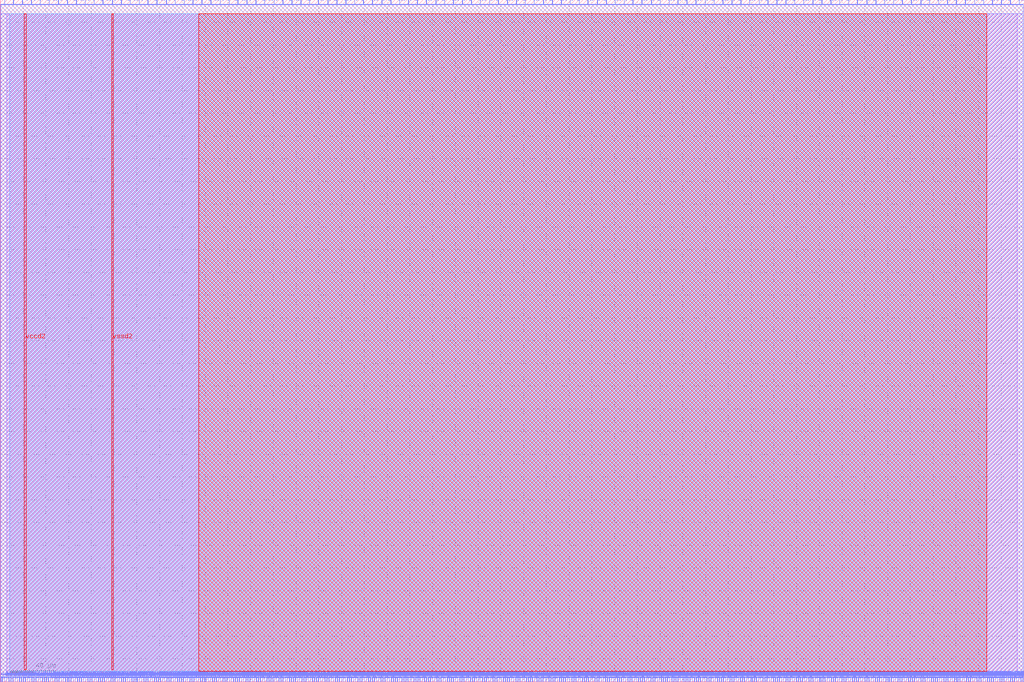
<source format=lef>
VERSION 5.7 ;
  NOWIREEXTENSIONATPIN ON ;
  DIVIDERCHAR "/" ;
  BUSBITCHARS "[]" ;
MACRO user_proj_example2
  CLASS BLOCK ;
  FOREIGN user_proj_example2 ;
  ORIGIN 0.000 0.000 ;
  SIZE 900.000 BY 600.000 ;
  PIN io_in[0]
    DIRECTION INPUT ;
    USE SIGNAL ;
    PORT
      LAYER met2 ;
        RECT 3.770 596.000 4.050 600.000 ;
    END
  END io_in[0]
  PIN io_in[10]
    DIRECTION INPUT ;
    USE SIGNAL ;
    PORT
      LAYER met2 ;
        RECT 240.670 596.000 240.950 600.000 ;
    END
  END io_in[10]
  PIN io_in[11]
    DIRECTION INPUT ;
    USE SIGNAL ;
    PORT
      LAYER met2 ;
        RECT 264.130 596.000 264.410 600.000 ;
    END
  END io_in[11]
  PIN io_in[12]
    DIRECTION INPUT ;
    USE SIGNAL ;
    PORT
      LAYER met2 ;
        RECT 288.050 596.000 288.330 600.000 ;
    END
  END io_in[12]
  PIN io_in[13]
    DIRECTION INPUT ;
    USE SIGNAL ;
    PORT
      LAYER met2 ;
        RECT 311.510 596.000 311.790 600.000 ;
    END
  END io_in[13]
  PIN io_in[14]
    DIRECTION INPUT ;
    USE SIGNAL ;
    PORT
      LAYER met2 ;
        RECT 335.430 596.000 335.710 600.000 ;
    END
  END io_in[14]
  PIN io_in[15]
    DIRECTION INPUT ;
    USE SIGNAL ;
    PORT
      LAYER met2 ;
        RECT 358.890 596.000 359.170 600.000 ;
    END
  END io_in[15]
  PIN io_in[16]
    DIRECTION INPUT ;
    USE SIGNAL ;
    PORT
      LAYER met2 ;
        RECT 382.810 596.000 383.090 600.000 ;
    END
  END io_in[16]
  PIN io_in[17]
    DIRECTION INPUT ;
    USE SIGNAL ;
    PORT
      LAYER met2 ;
        RECT 406.270 596.000 406.550 600.000 ;
    END
  END io_in[17]
  PIN io_in[18]
    DIRECTION INPUT ;
    USE SIGNAL ;
    PORT
      LAYER met2 ;
        RECT 430.190 596.000 430.470 600.000 ;
    END
  END io_in[18]
  PIN io_in[19]
    DIRECTION INPUT ;
    USE SIGNAL ;
    PORT
      LAYER met2 ;
        RECT 453.650 596.000 453.930 600.000 ;
    END
  END io_in[19]
  PIN io_in[1]
    DIRECTION INPUT ;
    USE SIGNAL ;
    PORT
      LAYER met2 ;
        RECT 27.230 596.000 27.510 600.000 ;
    END
  END io_in[1]
  PIN io_in[20]
    DIRECTION INPUT ;
    USE SIGNAL ;
    PORT
      LAYER met2 ;
        RECT 477.570 596.000 477.850 600.000 ;
    END
  END io_in[20]
  PIN io_in[21]
    DIRECTION INPUT ;
    USE SIGNAL ;
    PORT
      LAYER met2 ;
        RECT 501.030 596.000 501.310 600.000 ;
    END
  END io_in[21]
  PIN io_in[22]
    DIRECTION INPUT ;
    USE SIGNAL ;
    PORT
      LAYER met2 ;
        RECT 524.950 596.000 525.230 600.000 ;
    END
  END io_in[22]
  PIN io_in[23]
    DIRECTION INPUT ;
    USE SIGNAL ;
    PORT
      LAYER met2 ;
        RECT 548.410 596.000 548.690 600.000 ;
    END
  END io_in[23]
  PIN io_in[24]
    DIRECTION INPUT ;
    USE SIGNAL ;
    PORT
      LAYER met2 ;
        RECT 572.330 596.000 572.610 600.000 ;
    END
  END io_in[24]
  PIN io_in[25]
    DIRECTION INPUT ;
    USE SIGNAL ;
    PORT
      LAYER met2 ;
        RECT 595.790 596.000 596.070 600.000 ;
    END
  END io_in[25]
  PIN io_in[26]
    DIRECTION INPUT ;
    USE SIGNAL ;
    PORT
      LAYER met2 ;
        RECT 619.710 596.000 619.990 600.000 ;
    END
  END io_in[26]
  PIN io_in[27]
    DIRECTION INPUT ;
    USE SIGNAL ;
    PORT
      LAYER met2 ;
        RECT 643.170 596.000 643.450 600.000 ;
    END
  END io_in[27]
  PIN io_in[28]
    DIRECTION INPUT ;
    USE SIGNAL ;
    PORT
      LAYER met2 ;
        RECT 667.090 596.000 667.370 600.000 ;
    END
  END io_in[28]
  PIN io_in[29]
    DIRECTION INPUT ;
    USE SIGNAL ;
    PORT
      LAYER met2 ;
        RECT 690.550 596.000 690.830 600.000 ;
    END
  END io_in[29]
  PIN io_in[2]
    DIRECTION INPUT ;
    USE SIGNAL ;
    PORT
      LAYER met2 ;
        RECT 51.150 596.000 51.430 600.000 ;
    END
  END io_in[2]
  PIN io_in[30]
    DIRECTION INPUT ;
    USE SIGNAL ;
    PORT
      LAYER met2 ;
        RECT 714.470 596.000 714.750 600.000 ;
    END
  END io_in[30]
  PIN io_in[31]
    DIRECTION INPUT ;
    USE SIGNAL ;
    PORT
      LAYER met2 ;
        RECT 737.930 596.000 738.210 600.000 ;
    END
  END io_in[31]
  PIN io_in[32]
    DIRECTION INPUT ;
    USE SIGNAL ;
    PORT
      LAYER met2 ;
        RECT 761.850 596.000 762.130 600.000 ;
    END
  END io_in[32]
  PIN io_in[33]
    DIRECTION INPUT ;
    USE SIGNAL ;
    PORT
      LAYER met2 ;
        RECT 785.310 596.000 785.590 600.000 ;
    END
  END io_in[33]
  PIN io_in[34]
    DIRECTION INPUT ;
    USE SIGNAL ;
    PORT
      LAYER met2 ;
        RECT 809.230 596.000 809.510 600.000 ;
    END
  END io_in[34]
  PIN io_in[35]
    DIRECTION INPUT ;
    USE SIGNAL ;
    PORT
      LAYER met2 ;
        RECT 832.690 596.000 832.970 600.000 ;
    END
  END io_in[35]
  PIN io_in[36]
    DIRECTION INPUT ;
    USE SIGNAL ;
    PORT
      LAYER met2 ;
        RECT 856.610 596.000 856.890 600.000 ;
    END
  END io_in[36]
  PIN io_in[37]
    DIRECTION INPUT ;
    USE SIGNAL ;
    PORT
      LAYER met2 ;
        RECT 880.070 596.000 880.350 600.000 ;
    END
  END io_in[37]
  PIN io_in[3]
    DIRECTION INPUT ;
    USE SIGNAL ;
    PORT
      LAYER met2 ;
        RECT 74.610 596.000 74.890 600.000 ;
    END
  END io_in[3]
  PIN io_in[4]
    DIRECTION INPUT ;
    USE SIGNAL ;
    PORT
      LAYER met2 ;
        RECT 98.530 596.000 98.810 600.000 ;
    END
  END io_in[4]
  PIN io_in[5]
    DIRECTION INPUT ;
    USE SIGNAL ;
    PORT
      LAYER met2 ;
        RECT 121.990 596.000 122.270 600.000 ;
    END
  END io_in[5]
  PIN io_in[6]
    DIRECTION INPUT ;
    USE SIGNAL ;
    PORT
      LAYER met2 ;
        RECT 145.910 596.000 146.190 600.000 ;
    END
  END io_in[6]
  PIN io_in[7]
    DIRECTION INPUT ;
    USE SIGNAL ;
    PORT
      LAYER met2 ;
        RECT 169.370 596.000 169.650 600.000 ;
    END
  END io_in[7]
  PIN io_in[8]
    DIRECTION INPUT ;
    USE SIGNAL ;
    PORT
      LAYER met2 ;
        RECT 193.290 596.000 193.570 600.000 ;
    END
  END io_in[8]
  PIN io_in[9]
    DIRECTION INPUT ;
    USE SIGNAL ;
    PORT
      LAYER met2 ;
        RECT 216.750 596.000 217.030 600.000 ;
    END
  END io_in[9]
  PIN io_oeb[0]
    DIRECTION OUTPUT TRISTATE ;
    USE SIGNAL ;
    PORT
      LAYER met2 ;
        RECT 11.590 596.000 11.870 600.000 ;
    END
  END io_oeb[0]
  PIN io_oeb[10]
    DIRECTION OUTPUT TRISTATE ;
    USE SIGNAL ;
    PORT
      LAYER met2 ;
        RECT 248.490 596.000 248.770 600.000 ;
    END
  END io_oeb[10]
  PIN io_oeb[11]
    DIRECTION OUTPUT TRISTATE ;
    USE SIGNAL ;
    PORT
      LAYER met2 ;
        RECT 271.950 596.000 272.230 600.000 ;
    END
  END io_oeb[11]
  PIN io_oeb[12]
    DIRECTION OUTPUT TRISTATE ;
    USE SIGNAL ;
    PORT
      LAYER met2 ;
        RECT 295.870 596.000 296.150 600.000 ;
    END
  END io_oeb[12]
  PIN io_oeb[13]
    DIRECTION OUTPUT TRISTATE ;
    USE SIGNAL ;
    PORT
      LAYER met2 ;
        RECT 319.330 596.000 319.610 600.000 ;
    END
  END io_oeb[13]
  PIN io_oeb[14]
    DIRECTION OUTPUT TRISTATE ;
    USE SIGNAL ;
    PORT
      LAYER met2 ;
        RECT 343.250 596.000 343.530 600.000 ;
    END
  END io_oeb[14]
  PIN io_oeb[15]
    DIRECTION OUTPUT TRISTATE ;
    USE SIGNAL ;
    PORT
      LAYER met2 ;
        RECT 366.710 596.000 366.990 600.000 ;
    END
  END io_oeb[15]
  PIN io_oeb[16]
    DIRECTION OUTPUT TRISTATE ;
    USE SIGNAL ;
    PORT
      LAYER met2 ;
        RECT 390.630 596.000 390.910 600.000 ;
    END
  END io_oeb[16]
  PIN io_oeb[17]
    DIRECTION OUTPUT TRISTATE ;
    USE SIGNAL ;
    PORT
      LAYER met2 ;
        RECT 414.090 596.000 414.370 600.000 ;
    END
  END io_oeb[17]
  PIN io_oeb[18]
    DIRECTION OUTPUT TRISTATE ;
    USE SIGNAL ;
    PORT
      LAYER met2 ;
        RECT 438.010 596.000 438.290 600.000 ;
    END
  END io_oeb[18]
  PIN io_oeb[19]
    DIRECTION OUTPUT TRISTATE ;
    USE SIGNAL ;
    PORT
      LAYER met2 ;
        RECT 461.470 596.000 461.750 600.000 ;
    END
  END io_oeb[19]
  PIN io_oeb[1]
    DIRECTION OUTPUT TRISTATE ;
    USE SIGNAL ;
    PORT
      LAYER met2 ;
        RECT 35.050 596.000 35.330 600.000 ;
    END
  END io_oeb[1]
  PIN io_oeb[20]
    DIRECTION OUTPUT TRISTATE ;
    USE SIGNAL ;
    PORT
      LAYER met2 ;
        RECT 485.390 596.000 485.670 600.000 ;
    END
  END io_oeb[20]
  PIN io_oeb[21]
    DIRECTION OUTPUT TRISTATE ;
    USE SIGNAL ;
    PORT
      LAYER met2 ;
        RECT 508.850 596.000 509.130 600.000 ;
    END
  END io_oeb[21]
  PIN io_oeb[22]
    DIRECTION OUTPUT TRISTATE ;
    USE SIGNAL ;
    PORT
      LAYER met2 ;
        RECT 532.770 596.000 533.050 600.000 ;
    END
  END io_oeb[22]
  PIN io_oeb[23]
    DIRECTION OUTPUT TRISTATE ;
    USE SIGNAL ;
    PORT
      LAYER met2 ;
        RECT 556.230 596.000 556.510 600.000 ;
    END
  END io_oeb[23]
  PIN io_oeb[24]
    DIRECTION OUTPUT TRISTATE ;
    USE SIGNAL ;
    PORT
      LAYER met2 ;
        RECT 580.150 596.000 580.430 600.000 ;
    END
  END io_oeb[24]
  PIN io_oeb[25]
    DIRECTION OUTPUT TRISTATE ;
    USE SIGNAL ;
    PORT
      LAYER met2 ;
        RECT 603.610 596.000 603.890 600.000 ;
    END
  END io_oeb[25]
  PIN io_oeb[26]
    DIRECTION OUTPUT TRISTATE ;
    USE SIGNAL ;
    PORT
      LAYER met2 ;
        RECT 627.530 596.000 627.810 600.000 ;
    END
  END io_oeb[26]
  PIN io_oeb[27]
    DIRECTION OUTPUT TRISTATE ;
    USE SIGNAL ;
    PORT
      LAYER met2 ;
        RECT 650.990 596.000 651.270 600.000 ;
    END
  END io_oeb[27]
  PIN io_oeb[28]
    DIRECTION OUTPUT TRISTATE ;
    USE SIGNAL ;
    PORT
      LAYER met2 ;
        RECT 674.910 596.000 675.190 600.000 ;
    END
  END io_oeb[28]
  PIN io_oeb[29]
    DIRECTION OUTPUT TRISTATE ;
    USE SIGNAL ;
    PORT
      LAYER met2 ;
        RECT 698.370 596.000 698.650 600.000 ;
    END
  END io_oeb[29]
  PIN io_oeb[2]
    DIRECTION OUTPUT TRISTATE ;
    USE SIGNAL ;
    PORT
      LAYER met2 ;
        RECT 58.970 596.000 59.250 600.000 ;
    END
  END io_oeb[2]
  PIN io_oeb[30]
    DIRECTION OUTPUT TRISTATE ;
    USE SIGNAL ;
    PORT
      LAYER met2 ;
        RECT 722.290 596.000 722.570 600.000 ;
    END
  END io_oeb[30]
  PIN io_oeb[31]
    DIRECTION OUTPUT TRISTATE ;
    USE SIGNAL ;
    PORT
      LAYER met2 ;
        RECT 745.750 596.000 746.030 600.000 ;
    END
  END io_oeb[31]
  PIN io_oeb[32]
    DIRECTION OUTPUT TRISTATE ;
    USE SIGNAL ;
    PORT
      LAYER met2 ;
        RECT 769.670 596.000 769.950 600.000 ;
    END
  END io_oeb[32]
  PIN io_oeb[33]
    DIRECTION OUTPUT TRISTATE ;
    USE SIGNAL ;
    PORT
      LAYER met2 ;
        RECT 793.130 596.000 793.410 600.000 ;
    END
  END io_oeb[33]
  PIN io_oeb[34]
    DIRECTION OUTPUT TRISTATE ;
    USE SIGNAL ;
    PORT
      LAYER met2 ;
        RECT 817.050 596.000 817.330 600.000 ;
    END
  END io_oeb[34]
  PIN io_oeb[35]
    DIRECTION OUTPUT TRISTATE ;
    USE SIGNAL ;
    PORT
      LAYER met2 ;
        RECT 840.510 596.000 840.790 600.000 ;
    END
  END io_oeb[35]
  PIN io_oeb[36]
    DIRECTION OUTPUT TRISTATE ;
    USE SIGNAL ;
    PORT
      LAYER met2 ;
        RECT 864.430 596.000 864.710 600.000 ;
    END
  END io_oeb[36]
  PIN io_oeb[37]
    DIRECTION OUTPUT TRISTATE ;
    USE SIGNAL ;
    PORT
      LAYER met2 ;
        RECT 887.890 596.000 888.170 600.000 ;
    END
  END io_oeb[37]
  PIN io_oeb[3]
    DIRECTION OUTPUT TRISTATE ;
    USE SIGNAL ;
    PORT
      LAYER met2 ;
        RECT 82.430 596.000 82.710 600.000 ;
    END
  END io_oeb[3]
  PIN io_oeb[4]
    DIRECTION OUTPUT TRISTATE ;
    USE SIGNAL ;
    PORT
      LAYER met2 ;
        RECT 106.350 596.000 106.630 600.000 ;
    END
  END io_oeb[4]
  PIN io_oeb[5]
    DIRECTION OUTPUT TRISTATE ;
    USE SIGNAL ;
    PORT
      LAYER met2 ;
        RECT 129.810 596.000 130.090 600.000 ;
    END
  END io_oeb[5]
  PIN io_oeb[6]
    DIRECTION OUTPUT TRISTATE ;
    USE SIGNAL ;
    PORT
      LAYER met2 ;
        RECT 153.730 596.000 154.010 600.000 ;
    END
  END io_oeb[6]
  PIN io_oeb[7]
    DIRECTION OUTPUT TRISTATE ;
    USE SIGNAL ;
    PORT
      LAYER met2 ;
        RECT 177.190 596.000 177.470 600.000 ;
    END
  END io_oeb[7]
  PIN io_oeb[8]
    DIRECTION OUTPUT TRISTATE ;
    USE SIGNAL ;
    PORT
      LAYER met2 ;
        RECT 201.110 596.000 201.390 600.000 ;
    END
  END io_oeb[8]
  PIN io_oeb[9]
    DIRECTION OUTPUT TRISTATE ;
    USE SIGNAL ;
    PORT
      LAYER met2 ;
        RECT 224.570 596.000 224.850 600.000 ;
    END
  END io_oeb[9]
  PIN io_out[0]
    DIRECTION OUTPUT TRISTATE ;
    USE SIGNAL ;
    PORT
      LAYER met2 ;
        RECT 19.410 596.000 19.690 600.000 ;
    END
  END io_out[0]
  PIN io_out[10]
    DIRECTION OUTPUT TRISTATE ;
    USE SIGNAL ;
    PORT
      LAYER met2 ;
        RECT 256.310 596.000 256.590 600.000 ;
    END
  END io_out[10]
  PIN io_out[11]
    DIRECTION OUTPUT TRISTATE ;
    USE SIGNAL ;
    PORT
      LAYER met2 ;
        RECT 279.770 596.000 280.050 600.000 ;
    END
  END io_out[11]
  PIN io_out[12]
    DIRECTION OUTPUT TRISTATE ;
    USE SIGNAL ;
    PORT
      LAYER met2 ;
        RECT 303.690 596.000 303.970 600.000 ;
    END
  END io_out[12]
  PIN io_out[13]
    DIRECTION OUTPUT TRISTATE ;
    USE SIGNAL ;
    PORT
      LAYER met2 ;
        RECT 327.150 596.000 327.430 600.000 ;
    END
  END io_out[13]
  PIN io_out[14]
    DIRECTION OUTPUT TRISTATE ;
    USE SIGNAL ;
    PORT
      LAYER met2 ;
        RECT 351.070 596.000 351.350 600.000 ;
    END
  END io_out[14]
  PIN io_out[15]
    DIRECTION OUTPUT TRISTATE ;
    USE SIGNAL ;
    PORT
      LAYER met2 ;
        RECT 374.530 596.000 374.810 600.000 ;
    END
  END io_out[15]
  PIN io_out[16]
    DIRECTION OUTPUT TRISTATE ;
    USE SIGNAL ;
    PORT
      LAYER met2 ;
        RECT 398.450 596.000 398.730 600.000 ;
    END
  END io_out[16]
  PIN io_out[17]
    DIRECTION OUTPUT TRISTATE ;
    USE SIGNAL ;
    PORT
      LAYER met2 ;
        RECT 421.910 596.000 422.190 600.000 ;
    END
  END io_out[17]
  PIN io_out[18]
    DIRECTION OUTPUT TRISTATE ;
    USE SIGNAL ;
    PORT
      LAYER met2 ;
        RECT 445.830 596.000 446.110 600.000 ;
    END
  END io_out[18]
  PIN io_out[19]
    DIRECTION OUTPUT TRISTATE ;
    USE SIGNAL ;
    PORT
      LAYER met2 ;
        RECT 469.290 596.000 469.570 600.000 ;
    END
  END io_out[19]
  PIN io_out[1]
    DIRECTION OUTPUT TRISTATE ;
    USE SIGNAL ;
    PORT
      LAYER met2 ;
        RECT 42.870 596.000 43.150 600.000 ;
    END
  END io_out[1]
  PIN io_out[20]
    DIRECTION OUTPUT TRISTATE ;
    USE SIGNAL ;
    PORT
      LAYER met2 ;
        RECT 493.210 596.000 493.490 600.000 ;
    END
  END io_out[20]
  PIN io_out[21]
    DIRECTION OUTPUT TRISTATE ;
    USE SIGNAL ;
    PORT
      LAYER met2 ;
        RECT 516.670 596.000 516.950 600.000 ;
    END
  END io_out[21]
  PIN io_out[22]
    DIRECTION OUTPUT TRISTATE ;
    USE SIGNAL ;
    PORT
      LAYER met2 ;
        RECT 540.590 596.000 540.870 600.000 ;
    END
  END io_out[22]
  PIN io_out[23]
    DIRECTION OUTPUT TRISTATE ;
    USE SIGNAL ;
    PORT
      LAYER met2 ;
        RECT 564.050 596.000 564.330 600.000 ;
    END
  END io_out[23]
  PIN io_out[24]
    DIRECTION OUTPUT TRISTATE ;
    USE SIGNAL ;
    PORT
      LAYER met2 ;
        RECT 587.970 596.000 588.250 600.000 ;
    END
  END io_out[24]
  PIN io_out[25]
    DIRECTION OUTPUT TRISTATE ;
    USE SIGNAL ;
    PORT
      LAYER met2 ;
        RECT 611.430 596.000 611.710 600.000 ;
    END
  END io_out[25]
  PIN io_out[26]
    DIRECTION OUTPUT TRISTATE ;
    USE SIGNAL ;
    PORT
      LAYER met2 ;
        RECT 635.350 596.000 635.630 600.000 ;
    END
  END io_out[26]
  PIN io_out[27]
    DIRECTION OUTPUT TRISTATE ;
    USE SIGNAL ;
    PORT
      LAYER met2 ;
        RECT 658.810 596.000 659.090 600.000 ;
    END
  END io_out[27]
  PIN io_out[28]
    DIRECTION OUTPUT TRISTATE ;
    USE SIGNAL ;
    PORT
      LAYER met2 ;
        RECT 682.730 596.000 683.010 600.000 ;
    END
  END io_out[28]
  PIN io_out[29]
    DIRECTION OUTPUT TRISTATE ;
    USE SIGNAL ;
    PORT
      LAYER met2 ;
        RECT 706.190 596.000 706.470 600.000 ;
    END
  END io_out[29]
  PIN io_out[2]
    DIRECTION OUTPUT TRISTATE ;
    USE SIGNAL ;
    PORT
      LAYER met2 ;
        RECT 66.790 596.000 67.070 600.000 ;
    END
  END io_out[2]
  PIN io_out[30]
    DIRECTION OUTPUT TRISTATE ;
    USE SIGNAL ;
    PORT
      LAYER met2 ;
        RECT 730.110 596.000 730.390 600.000 ;
    END
  END io_out[30]
  PIN io_out[31]
    DIRECTION OUTPUT TRISTATE ;
    USE SIGNAL ;
    PORT
      LAYER met2 ;
        RECT 753.570 596.000 753.850 600.000 ;
    END
  END io_out[31]
  PIN io_out[32]
    DIRECTION OUTPUT TRISTATE ;
    USE SIGNAL ;
    PORT
      LAYER met2 ;
        RECT 777.490 596.000 777.770 600.000 ;
    END
  END io_out[32]
  PIN io_out[33]
    DIRECTION OUTPUT TRISTATE ;
    USE SIGNAL ;
    PORT
      LAYER met2 ;
        RECT 800.950 596.000 801.230 600.000 ;
    END
  END io_out[33]
  PIN io_out[34]
    DIRECTION OUTPUT TRISTATE ;
    USE SIGNAL ;
    PORT
      LAYER met2 ;
        RECT 824.870 596.000 825.150 600.000 ;
    END
  END io_out[34]
  PIN io_out[35]
    DIRECTION OUTPUT TRISTATE ;
    USE SIGNAL ;
    PORT
      LAYER met2 ;
        RECT 848.330 596.000 848.610 600.000 ;
    END
  END io_out[35]
  PIN io_out[36]
    DIRECTION OUTPUT TRISTATE ;
    USE SIGNAL ;
    PORT
      LAYER met2 ;
        RECT 872.250 596.000 872.530 600.000 ;
    END
  END io_out[36]
  PIN io_out[37]
    DIRECTION OUTPUT TRISTATE ;
    USE SIGNAL ;
    PORT
      LAYER met2 ;
        RECT 895.710 596.000 895.990 600.000 ;
    END
  END io_out[37]
  PIN io_out[3]
    DIRECTION OUTPUT TRISTATE ;
    USE SIGNAL ;
    PORT
      LAYER met2 ;
        RECT 90.250 596.000 90.530 600.000 ;
    END
  END io_out[3]
  PIN io_out[4]
    DIRECTION OUTPUT TRISTATE ;
    USE SIGNAL ;
    PORT
      LAYER met2 ;
        RECT 114.170 596.000 114.450 600.000 ;
    END
  END io_out[4]
  PIN io_out[5]
    DIRECTION OUTPUT TRISTATE ;
    USE SIGNAL ;
    PORT
      LAYER met2 ;
        RECT 137.630 596.000 137.910 600.000 ;
    END
  END io_out[5]
  PIN io_out[6]
    DIRECTION OUTPUT TRISTATE ;
    USE SIGNAL ;
    PORT
      LAYER met2 ;
        RECT 161.550 596.000 161.830 600.000 ;
    END
  END io_out[6]
  PIN io_out[7]
    DIRECTION OUTPUT TRISTATE ;
    USE SIGNAL ;
    PORT
      LAYER met2 ;
        RECT 185.010 596.000 185.290 600.000 ;
    END
  END io_out[7]
  PIN io_out[8]
    DIRECTION OUTPUT TRISTATE ;
    USE SIGNAL ;
    PORT
      LAYER met2 ;
        RECT 208.930 596.000 209.210 600.000 ;
    END
  END io_out[8]
  PIN io_out[9]
    DIRECTION OUTPUT TRISTATE ;
    USE SIGNAL ;
    PORT
      LAYER met2 ;
        RECT 232.390 596.000 232.670 600.000 ;
    END
  END io_out[9]
  PIN irq[0]
    DIRECTION OUTPUT TRISTATE ;
    USE SIGNAL ;
    PORT
      LAYER met2 ;
        RECT 895.250 0.000 895.530 4.000 ;
    END
  END irq[0]
  PIN irq[1]
    DIRECTION OUTPUT TRISTATE ;
    USE SIGNAL ;
    PORT
      LAYER met2 ;
        RECT 897.090 0.000 897.370 4.000 ;
    END
  END irq[1]
  PIN irq[2]
    DIRECTION OUTPUT TRISTATE ;
    USE SIGNAL ;
    PORT
      LAYER met2 ;
        RECT 898.930 0.000 899.210 4.000 ;
    END
  END irq[2]
  PIN la_data_in[0]
    DIRECTION INPUT ;
    USE SIGNAL ;
    PORT
      LAYER met2 ;
        RECT 193.750 0.000 194.030 4.000 ;
    END
  END la_data_in[0]
  PIN la_data_in[100]
    DIRECTION INPUT ;
    USE SIGNAL ;
    PORT
      LAYER met2 ;
        RECT 741.610 0.000 741.890 4.000 ;
    END
  END la_data_in[100]
  PIN la_data_in[101]
    DIRECTION INPUT ;
    USE SIGNAL ;
    PORT
      LAYER met2 ;
        RECT 747.130 0.000 747.410 4.000 ;
    END
  END la_data_in[101]
  PIN la_data_in[102]
    DIRECTION INPUT ;
    USE SIGNAL ;
    PORT
      LAYER met2 ;
        RECT 752.650 0.000 752.930 4.000 ;
    END
  END la_data_in[102]
  PIN la_data_in[103]
    DIRECTION INPUT ;
    USE SIGNAL ;
    PORT
      LAYER met2 ;
        RECT 758.170 0.000 758.450 4.000 ;
    END
  END la_data_in[103]
  PIN la_data_in[104]
    DIRECTION INPUT ;
    USE SIGNAL ;
    PORT
      LAYER met2 ;
        RECT 763.690 0.000 763.970 4.000 ;
    END
  END la_data_in[104]
  PIN la_data_in[105]
    DIRECTION INPUT ;
    USE SIGNAL ;
    PORT
      LAYER met2 ;
        RECT 769.210 0.000 769.490 4.000 ;
    END
  END la_data_in[105]
  PIN la_data_in[106]
    DIRECTION INPUT ;
    USE SIGNAL ;
    PORT
      LAYER met2 ;
        RECT 774.730 0.000 775.010 4.000 ;
    END
  END la_data_in[106]
  PIN la_data_in[107]
    DIRECTION INPUT ;
    USE SIGNAL ;
    PORT
      LAYER met2 ;
        RECT 780.250 0.000 780.530 4.000 ;
    END
  END la_data_in[107]
  PIN la_data_in[108]
    DIRECTION INPUT ;
    USE SIGNAL ;
    PORT
      LAYER met2 ;
        RECT 785.310 0.000 785.590 4.000 ;
    END
  END la_data_in[108]
  PIN la_data_in[109]
    DIRECTION INPUT ;
    USE SIGNAL ;
    PORT
      LAYER met2 ;
        RECT 790.830 0.000 791.110 4.000 ;
    END
  END la_data_in[109]
  PIN la_data_in[10]
    DIRECTION INPUT ;
    USE SIGNAL ;
    PORT
      LAYER met2 ;
        RECT 248.490 0.000 248.770 4.000 ;
    END
  END la_data_in[10]
  PIN la_data_in[110]
    DIRECTION INPUT ;
    USE SIGNAL ;
    PORT
      LAYER met2 ;
        RECT 796.350 0.000 796.630 4.000 ;
    END
  END la_data_in[110]
  PIN la_data_in[111]
    DIRECTION INPUT ;
    USE SIGNAL ;
    PORT
      LAYER met2 ;
        RECT 801.870 0.000 802.150 4.000 ;
    END
  END la_data_in[111]
  PIN la_data_in[112]
    DIRECTION INPUT ;
    USE SIGNAL ;
    PORT
      LAYER met2 ;
        RECT 807.390 0.000 807.670 4.000 ;
    END
  END la_data_in[112]
  PIN la_data_in[113]
    DIRECTION INPUT ;
    USE SIGNAL ;
    PORT
      LAYER met2 ;
        RECT 812.910 0.000 813.190 4.000 ;
    END
  END la_data_in[113]
  PIN la_data_in[114]
    DIRECTION INPUT ;
    USE SIGNAL ;
    PORT
      LAYER met2 ;
        RECT 818.430 0.000 818.710 4.000 ;
    END
  END la_data_in[114]
  PIN la_data_in[115]
    DIRECTION INPUT ;
    USE SIGNAL ;
    PORT
      LAYER met2 ;
        RECT 823.950 0.000 824.230 4.000 ;
    END
  END la_data_in[115]
  PIN la_data_in[116]
    DIRECTION INPUT ;
    USE SIGNAL ;
    PORT
      LAYER met2 ;
        RECT 829.470 0.000 829.750 4.000 ;
    END
  END la_data_in[116]
  PIN la_data_in[117]
    DIRECTION INPUT ;
    USE SIGNAL ;
    PORT
      LAYER met2 ;
        RECT 834.990 0.000 835.270 4.000 ;
    END
  END la_data_in[117]
  PIN la_data_in[118]
    DIRECTION INPUT ;
    USE SIGNAL ;
    PORT
      LAYER met2 ;
        RECT 840.510 0.000 840.790 4.000 ;
    END
  END la_data_in[118]
  PIN la_data_in[119]
    DIRECTION INPUT ;
    USE SIGNAL ;
    PORT
      LAYER met2 ;
        RECT 845.570 0.000 845.850 4.000 ;
    END
  END la_data_in[119]
  PIN la_data_in[11]
    DIRECTION INPUT ;
    USE SIGNAL ;
    PORT
      LAYER met2 ;
        RECT 254.010 0.000 254.290 4.000 ;
    END
  END la_data_in[11]
  PIN la_data_in[120]
    DIRECTION INPUT ;
    USE SIGNAL ;
    PORT
      LAYER met2 ;
        RECT 851.090 0.000 851.370 4.000 ;
    END
  END la_data_in[120]
  PIN la_data_in[121]
    DIRECTION INPUT ;
    USE SIGNAL ;
    PORT
      LAYER met2 ;
        RECT 856.610 0.000 856.890 4.000 ;
    END
  END la_data_in[121]
  PIN la_data_in[122]
    DIRECTION INPUT ;
    USE SIGNAL ;
    PORT
      LAYER met2 ;
        RECT 862.130 0.000 862.410 4.000 ;
    END
  END la_data_in[122]
  PIN la_data_in[123]
    DIRECTION INPUT ;
    USE SIGNAL ;
    PORT
      LAYER met2 ;
        RECT 867.650 0.000 867.930 4.000 ;
    END
  END la_data_in[123]
  PIN la_data_in[124]
    DIRECTION INPUT ;
    USE SIGNAL ;
    PORT
      LAYER met2 ;
        RECT 873.170 0.000 873.450 4.000 ;
    END
  END la_data_in[124]
  PIN la_data_in[125]
    DIRECTION INPUT ;
    USE SIGNAL ;
    PORT
      LAYER met2 ;
        RECT 878.690 0.000 878.970 4.000 ;
    END
  END la_data_in[125]
  PIN la_data_in[126]
    DIRECTION INPUT ;
    USE SIGNAL ;
    PORT
      LAYER met2 ;
        RECT 884.210 0.000 884.490 4.000 ;
    END
  END la_data_in[126]
  PIN la_data_in[127]
    DIRECTION INPUT ;
    USE SIGNAL ;
    PORT
      LAYER met2 ;
        RECT 889.730 0.000 890.010 4.000 ;
    END
  END la_data_in[127]
  PIN la_data_in[12]
    DIRECTION INPUT ;
    USE SIGNAL ;
    PORT
      LAYER met2 ;
        RECT 259.530 0.000 259.810 4.000 ;
    END
  END la_data_in[12]
  PIN la_data_in[13]
    DIRECTION INPUT ;
    USE SIGNAL ;
    PORT
      LAYER met2 ;
        RECT 265.050 0.000 265.330 4.000 ;
    END
  END la_data_in[13]
  PIN la_data_in[14]
    DIRECTION INPUT ;
    USE SIGNAL ;
    PORT
      LAYER met2 ;
        RECT 270.570 0.000 270.850 4.000 ;
    END
  END la_data_in[14]
  PIN la_data_in[15]
    DIRECTION INPUT ;
    USE SIGNAL ;
    PORT
      LAYER met2 ;
        RECT 276.090 0.000 276.370 4.000 ;
    END
  END la_data_in[15]
  PIN la_data_in[16]
    DIRECTION INPUT ;
    USE SIGNAL ;
    PORT
      LAYER met2 ;
        RECT 281.610 0.000 281.890 4.000 ;
    END
  END la_data_in[16]
  PIN la_data_in[17]
    DIRECTION INPUT ;
    USE SIGNAL ;
    PORT
      LAYER met2 ;
        RECT 287.130 0.000 287.410 4.000 ;
    END
  END la_data_in[17]
  PIN la_data_in[18]
    DIRECTION INPUT ;
    USE SIGNAL ;
    PORT
      LAYER met2 ;
        RECT 292.650 0.000 292.930 4.000 ;
    END
  END la_data_in[18]
  PIN la_data_in[19]
    DIRECTION INPUT ;
    USE SIGNAL ;
    PORT
      LAYER met2 ;
        RECT 298.170 0.000 298.450 4.000 ;
    END
  END la_data_in[19]
  PIN la_data_in[1]
    DIRECTION INPUT ;
    USE SIGNAL ;
    PORT
      LAYER met2 ;
        RECT 199.270 0.000 199.550 4.000 ;
    END
  END la_data_in[1]
  PIN la_data_in[20]
    DIRECTION INPUT ;
    USE SIGNAL ;
    PORT
      LAYER met2 ;
        RECT 303.230 0.000 303.510 4.000 ;
    END
  END la_data_in[20]
  PIN la_data_in[21]
    DIRECTION INPUT ;
    USE SIGNAL ;
    PORT
      LAYER met2 ;
        RECT 308.750 0.000 309.030 4.000 ;
    END
  END la_data_in[21]
  PIN la_data_in[22]
    DIRECTION INPUT ;
    USE SIGNAL ;
    PORT
      LAYER met2 ;
        RECT 314.270 0.000 314.550 4.000 ;
    END
  END la_data_in[22]
  PIN la_data_in[23]
    DIRECTION INPUT ;
    USE SIGNAL ;
    PORT
      LAYER met2 ;
        RECT 319.790 0.000 320.070 4.000 ;
    END
  END la_data_in[23]
  PIN la_data_in[24]
    DIRECTION INPUT ;
    USE SIGNAL ;
    PORT
      LAYER met2 ;
        RECT 325.310 0.000 325.590 4.000 ;
    END
  END la_data_in[24]
  PIN la_data_in[25]
    DIRECTION INPUT ;
    USE SIGNAL ;
    PORT
      LAYER met2 ;
        RECT 330.830 0.000 331.110 4.000 ;
    END
  END la_data_in[25]
  PIN la_data_in[26]
    DIRECTION INPUT ;
    USE SIGNAL ;
    PORT
      LAYER met2 ;
        RECT 336.350 0.000 336.630 4.000 ;
    END
  END la_data_in[26]
  PIN la_data_in[27]
    DIRECTION INPUT ;
    USE SIGNAL ;
    PORT
      LAYER met2 ;
        RECT 341.870 0.000 342.150 4.000 ;
    END
  END la_data_in[27]
  PIN la_data_in[28]
    DIRECTION INPUT ;
    USE SIGNAL ;
    PORT
      LAYER met2 ;
        RECT 347.390 0.000 347.670 4.000 ;
    END
  END la_data_in[28]
  PIN la_data_in[29]
    DIRECTION INPUT ;
    USE SIGNAL ;
    PORT
      LAYER met2 ;
        RECT 352.910 0.000 353.190 4.000 ;
    END
  END la_data_in[29]
  PIN la_data_in[2]
    DIRECTION INPUT ;
    USE SIGNAL ;
    PORT
      LAYER met2 ;
        RECT 204.790 0.000 205.070 4.000 ;
    END
  END la_data_in[2]
  PIN la_data_in[30]
    DIRECTION INPUT ;
    USE SIGNAL ;
    PORT
      LAYER met2 ;
        RECT 358.430 0.000 358.710 4.000 ;
    END
  END la_data_in[30]
  PIN la_data_in[31]
    DIRECTION INPUT ;
    USE SIGNAL ;
    PORT
      LAYER met2 ;
        RECT 363.490 0.000 363.770 4.000 ;
    END
  END la_data_in[31]
  PIN la_data_in[32]
    DIRECTION INPUT ;
    USE SIGNAL ;
    PORT
      LAYER met2 ;
        RECT 369.010 0.000 369.290 4.000 ;
    END
  END la_data_in[32]
  PIN la_data_in[33]
    DIRECTION INPUT ;
    USE SIGNAL ;
    PORT
      LAYER met2 ;
        RECT 374.530 0.000 374.810 4.000 ;
    END
  END la_data_in[33]
  PIN la_data_in[34]
    DIRECTION INPUT ;
    USE SIGNAL ;
    PORT
      LAYER met2 ;
        RECT 380.050 0.000 380.330 4.000 ;
    END
  END la_data_in[34]
  PIN la_data_in[35]
    DIRECTION INPUT ;
    USE SIGNAL ;
    PORT
      LAYER met2 ;
        RECT 385.570 0.000 385.850 4.000 ;
    END
  END la_data_in[35]
  PIN la_data_in[36]
    DIRECTION INPUT ;
    USE SIGNAL ;
    PORT
      LAYER met2 ;
        RECT 391.090 0.000 391.370 4.000 ;
    END
  END la_data_in[36]
  PIN la_data_in[37]
    DIRECTION INPUT ;
    USE SIGNAL ;
    PORT
      LAYER met2 ;
        RECT 396.610 0.000 396.890 4.000 ;
    END
  END la_data_in[37]
  PIN la_data_in[38]
    DIRECTION INPUT ;
    USE SIGNAL ;
    PORT
      LAYER met2 ;
        RECT 402.130 0.000 402.410 4.000 ;
    END
  END la_data_in[38]
  PIN la_data_in[39]
    DIRECTION INPUT ;
    USE SIGNAL ;
    PORT
      LAYER met2 ;
        RECT 407.650 0.000 407.930 4.000 ;
    END
  END la_data_in[39]
  PIN la_data_in[3]
    DIRECTION INPUT ;
    USE SIGNAL ;
    PORT
      LAYER met2 ;
        RECT 210.310 0.000 210.590 4.000 ;
    END
  END la_data_in[3]
  PIN la_data_in[40]
    DIRECTION INPUT ;
    USE SIGNAL ;
    PORT
      LAYER met2 ;
        RECT 413.170 0.000 413.450 4.000 ;
    END
  END la_data_in[40]
  PIN la_data_in[41]
    DIRECTION INPUT ;
    USE SIGNAL ;
    PORT
      LAYER met2 ;
        RECT 418.690 0.000 418.970 4.000 ;
    END
  END la_data_in[41]
  PIN la_data_in[42]
    DIRECTION INPUT ;
    USE SIGNAL ;
    PORT
      LAYER met2 ;
        RECT 423.750 0.000 424.030 4.000 ;
    END
  END la_data_in[42]
  PIN la_data_in[43]
    DIRECTION INPUT ;
    USE SIGNAL ;
    PORT
      LAYER met2 ;
        RECT 429.270 0.000 429.550 4.000 ;
    END
  END la_data_in[43]
  PIN la_data_in[44]
    DIRECTION INPUT ;
    USE SIGNAL ;
    PORT
      LAYER met2 ;
        RECT 434.790 0.000 435.070 4.000 ;
    END
  END la_data_in[44]
  PIN la_data_in[45]
    DIRECTION INPUT ;
    USE SIGNAL ;
    PORT
      LAYER met2 ;
        RECT 440.310 0.000 440.590 4.000 ;
    END
  END la_data_in[45]
  PIN la_data_in[46]
    DIRECTION INPUT ;
    USE SIGNAL ;
    PORT
      LAYER met2 ;
        RECT 445.830 0.000 446.110 4.000 ;
    END
  END la_data_in[46]
  PIN la_data_in[47]
    DIRECTION INPUT ;
    USE SIGNAL ;
    PORT
      LAYER met2 ;
        RECT 451.350 0.000 451.630 4.000 ;
    END
  END la_data_in[47]
  PIN la_data_in[48]
    DIRECTION INPUT ;
    USE SIGNAL ;
    PORT
      LAYER met2 ;
        RECT 456.870 0.000 457.150 4.000 ;
    END
  END la_data_in[48]
  PIN la_data_in[49]
    DIRECTION INPUT ;
    USE SIGNAL ;
    PORT
      LAYER met2 ;
        RECT 462.390 0.000 462.670 4.000 ;
    END
  END la_data_in[49]
  PIN la_data_in[4]
    DIRECTION INPUT ;
    USE SIGNAL ;
    PORT
      LAYER met2 ;
        RECT 215.830 0.000 216.110 4.000 ;
    END
  END la_data_in[4]
  PIN la_data_in[50]
    DIRECTION INPUT ;
    USE SIGNAL ;
    PORT
      LAYER met2 ;
        RECT 467.910 0.000 468.190 4.000 ;
    END
  END la_data_in[50]
  PIN la_data_in[51]
    DIRECTION INPUT ;
    USE SIGNAL ;
    PORT
      LAYER met2 ;
        RECT 473.430 0.000 473.710 4.000 ;
    END
  END la_data_in[51]
  PIN la_data_in[52]
    DIRECTION INPUT ;
    USE SIGNAL ;
    PORT
      LAYER met2 ;
        RECT 478.950 0.000 479.230 4.000 ;
    END
  END la_data_in[52]
  PIN la_data_in[53]
    DIRECTION INPUT ;
    USE SIGNAL ;
    PORT
      LAYER met2 ;
        RECT 484.010 0.000 484.290 4.000 ;
    END
  END la_data_in[53]
  PIN la_data_in[54]
    DIRECTION INPUT ;
    USE SIGNAL ;
    PORT
      LAYER met2 ;
        RECT 489.530 0.000 489.810 4.000 ;
    END
  END la_data_in[54]
  PIN la_data_in[55]
    DIRECTION INPUT ;
    USE SIGNAL ;
    PORT
      LAYER met2 ;
        RECT 495.050 0.000 495.330 4.000 ;
    END
  END la_data_in[55]
  PIN la_data_in[56]
    DIRECTION INPUT ;
    USE SIGNAL ;
    PORT
      LAYER met2 ;
        RECT 500.570 0.000 500.850 4.000 ;
    END
  END la_data_in[56]
  PIN la_data_in[57]
    DIRECTION INPUT ;
    USE SIGNAL ;
    PORT
      LAYER met2 ;
        RECT 506.090 0.000 506.370 4.000 ;
    END
  END la_data_in[57]
  PIN la_data_in[58]
    DIRECTION INPUT ;
    USE SIGNAL ;
    PORT
      LAYER met2 ;
        RECT 511.610 0.000 511.890 4.000 ;
    END
  END la_data_in[58]
  PIN la_data_in[59]
    DIRECTION INPUT ;
    USE SIGNAL ;
    PORT
      LAYER met2 ;
        RECT 517.130 0.000 517.410 4.000 ;
    END
  END la_data_in[59]
  PIN la_data_in[5]
    DIRECTION INPUT ;
    USE SIGNAL ;
    PORT
      LAYER met2 ;
        RECT 221.350 0.000 221.630 4.000 ;
    END
  END la_data_in[5]
  PIN la_data_in[60]
    DIRECTION INPUT ;
    USE SIGNAL ;
    PORT
      LAYER met2 ;
        RECT 522.650 0.000 522.930 4.000 ;
    END
  END la_data_in[60]
  PIN la_data_in[61]
    DIRECTION INPUT ;
    USE SIGNAL ;
    PORT
      LAYER met2 ;
        RECT 528.170 0.000 528.450 4.000 ;
    END
  END la_data_in[61]
  PIN la_data_in[62]
    DIRECTION INPUT ;
    USE SIGNAL ;
    PORT
      LAYER met2 ;
        RECT 533.690 0.000 533.970 4.000 ;
    END
  END la_data_in[62]
  PIN la_data_in[63]
    DIRECTION INPUT ;
    USE SIGNAL ;
    PORT
      LAYER met2 ;
        RECT 539.210 0.000 539.490 4.000 ;
    END
  END la_data_in[63]
  PIN la_data_in[64]
    DIRECTION INPUT ;
    USE SIGNAL ;
    PORT
      LAYER met2 ;
        RECT 544.270 0.000 544.550 4.000 ;
    END
  END la_data_in[64]
  PIN la_data_in[65]
    DIRECTION INPUT ;
    USE SIGNAL ;
    PORT
      LAYER met2 ;
        RECT 549.790 0.000 550.070 4.000 ;
    END
  END la_data_in[65]
  PIN la_data_in[66]
    DIRECTION INPUT ;
    USE SIGNAL ;
    PORT
      LAYER met2 ;
        RECT 555.310 0.000 555.590 4.000 ;
    END
  END la_data_in[66]
  PIN la_data_in[67]
    DIRECTION INPUT ;
    USE SIGNAL ;
    PORT
      LAYER met2 ;
        RECT 560.830 0.000 561.110 4.000 ;
    END
  END la_data_in[67]
  PIN la_data_in[68]
    DIRECTION INPUT ;
    USE SIGNAL ;
    PORT
      LAYER met2 ;
        RECT 566.350 0.000 566.630 4.000 ;
    END
  END la_data_in[68]
  PIN la_data_in[69]
    DIRECTION INPUT ;
    USE SIGNAL ;
    PORT
      LAYER met2 ;
        RECT 571.870 0.000 572.150 4.000 ;
    END
  END la_data_in[69]
  PIN la_data_in[6]
    DIRECTION INPUT ;
    USE SIGNAL ;
    PORT
      LAYER met2 ;
        RECT 226.870 0.000 227.150 4.000 ;
    END
  END la_data_in[6]
  PIN la_data_in[70]
    DIRECTION INPUT ;
    USE SIGNAL ;
    PORT
      LAYER met2 ;
        RECT 577.390 0.000 577.670 4.000 ;
    END
  END la_data_in[70]
  PIN la_data_in[71]
    DIRECTION INPUT ;
    USE SIGNAL ;
    PORT
      LAYER met2 ;
        RECT 582.910 0.000 583.190 4.000 ;
    END
  END la_data_in[71]
  PIN la_data_in[72]
    DIRECTION INPUT ;
    USE SIGNAL ;
    PORT
      LAYER met2 ;
        RECT 588.430 0.000 588.710 4.000 ;
    END
  END la_data_in[72]
  PIN la_data_in[73]
    DIRECTION INPUT ;
    USE SIGNAL ;
    PORT
      LAYER met2 ;
        RECT 593.950 0.000 594.230 4.000 ;
    END
  END la_data_in[73]
  PIN la_data_in[74]
    DIRECTION INPUT ;
    USE SIGNAL ;
    PORT
      LAYER met2 ;
        RECT 599.470 0.000 599.750 4.000 ;
    END
  END la_data_in[74]
  PIN la_data_in[75]
    DIRECTION INPUT ;
    USE SIGNAL ;
    PORT
      LAYER met2 ;
        RECT 604.530 0.000 604.810 4.000 ;
    END
  END la_data_in[75]
  PIN la_data_in[76]
    DIRECTION INPUT ;
    USE SIGNAL ;
    PORT
      LAYER met2 ;
        RECT 610.050 0.000 610.330 4.000 ;
    END
  END la_data_in[76]
  PIN la_data_in[77]
    DIRECTION INPUT ;
    USE SIGNAL ;
    PORT
      LAYER met2 ;
        RECT 615.570 0.000 615.850 4.000 ;
    END
  END la_data_in[77]
  PIN la_data_in[78]
    DIRECTION INPUT ;
    USE SIGNAL ;
    PORT
      LAYER met2 ;
        RECT 621.090 0.000 621.370 4.000 ;
    END
  END la_data_in[78]
  PIN la_data_in[79]
    DIRECTION INPUT ;
    USE SIGNAL ;
    PORT
      LAYER met2 ;
        RECT 626.610 0.000 626.890 4.000 ;
    END
  END la_data_in[79]
  PIN la_data_in[7]
    DIRECTION INPUT ;
    USE SIGNAL ;
    PORT
      LAYER met2 ;
        RECT 232.390 0.000 232.670 4.000 ;
    END
  END la_data_in[7]
  PIN la_data_in[80]
    DIRECTION INPUT ;
    USE SIGNAL ;
    PORT
      LAYER met2 ;
        RECT 632.130 0.000 632.410 4.000 ;
    END
  END la_data_in[80]
  PIN la_data_in[81]
    DIRECTION INPUT ;
    USE SIGNAL ;
    PORT
      LAYER met2 ;
        RECT 637.650 0.000 637.930 4.000 ;
    END
  END la_data_in[81]
  PIN la_data_in[82]
    DIRECTION INPUT ;
    USE SIGNAL ;
    PORT
      LAYER met2 ;
        RECT 643.170 0.000 643.450 4.000 ;
    END
  END la_data_in[82]
  PIN la_data_in[83]
    DIRECTION INPUT ;
    USE SIGNAL ;
    PORT
      LAYER met2 ;
        RECT 648.690 0.000 648.970 4.000 ;
    END
  END la_data_in[83]
  PIN la_data_in[84]
    DIRECTION INPUT ;
    USE SIGNAL ;
    PORT
      LAYER met2 ;
        RECT 654.210 0.000 654.490 4.000 ;
    END
  END la_data_in[84]
  PIN la_data_in[85]
    DIRECTION INPUT ;
    USE SIGNAL ;
    PORT
      LAYER met2 ;
        RECT 659.730 0.000 660.010 4.000 ;
    END
  END la_data_in[85]
  PIN la_data_in[86]
    DIRECTION INPUT ;
    USE SIGNAL ;
    PORT
      LAYER met2 ;
        RECT 664.790 0.000 665.070 4.000 ;
    END
  END la_data_in[86]
  PIN la_data_in[87]
    DIRECTION INPUT ;
    USE SIGNAL ;
    PORT
      LAYER met2 ;
        RECT 670.310 0.000 670.590 4.000 ;
    END
  END la_data_in[87]
  PIN la_data_in[88]
    DIRECTION INPUT ;
    USE SIGNAL ;
    PORT
      LAYER met2 ;
        RECT 675.830 0.000 676.110 4.000 ;
    END
  END la_data_in[88]
  PIN la_data_in[89]
    DIRECTION INPUT ;
    USE SIGNAL ;
    PORT
      LAYER met2 ;
        RECT 681.350 0.000 681.630 4.000 ;
    END
  END la_data_in[89]
  PIN la_data_in[8]
    DIRECTION INPUT ;
    USE SIGNAL ;
    PORT
      LAYER met2 ;
        RECT 237.910 0.000 238.190 4.000 ;
    END
  END la_data_in[8]
  PIN la_data_in[90]
    DIRECTION INPUT ;
    USE SIGNAL ;
    PORT
      LAYER met2 ;
        RECT 686.870 0.000 687.150 4.000 ;
    END
  END la_data_in[90]
  PIN la_data_in[91]
    DIRECTION INPUT ;
    USE SIGNAL ;
    PORT
      LAYER met2 ;
        RECT 692.390 0.000 692.670 4.000 ;
    END
  END la_data_in[91]
  PIN la_data_in[92]
    DIRECTION INPUT ;
    USE SIGNAL ;
    PORT
      LAYER met2 ;
        RECT 697.910 0.000 698.190 4.000 ;
    END
  END la_data_in[92]
  PIN la_data_in[93]
    DIRECTION INPUT ;
    USE SIGNAL ;
    PORT
      LAYER met2 ;
        RECT 703.430 0.000 703.710 4.000 ;
    END
  END la_data_in[93]
  PIN la_data_in[94]
    DIRECTION INPUT ;
    USE SIGNAL ;
    PORT
      LAYER met2 ;
        RECT 708.950 0.000 709.230 4.000 ;
    END
  END la_data_in[94]
  PIN la_data_in[95]
    DIRECTION INPUT ;
    USE SIGNAL ;
    PORT
      LAYER met2 ;
        RECT 714.470 0.000 714.750 4.000 ;
    END
  END la_data_in[95]
  PIN la_data_in[96]
    DIRECTION INPUT ;
    USE SIGNAL ;
    PORT
      LAYER met2 ;
        RECT 719.990 0.000 720.270 4.000 ;
    END
  END la_data_in[96]
  PIN la_data_in[97]
    DIRECTION INPUT ;
    USE SIGNAL ;
    PORT
      LAYER met2 ;
        RECT 725.050 0.000 725.330 4.000 ;
    END
  END la_data_in[97]
  PIN la_data_in[98]
    DIRECTION INPUT ;
    USE SIGNAL ;
    PORT
      LAYER met2 ;
        RECT 730.570 0.000 730.850 4.000 ;
    END
  END la_data_in[98]
  PIN la_data_in[99]
    DIRECTION INPUT ;
    USE SIGNAL ;
    PORT
      LAYER met2 ;
        RECT 736.090 0.000 736.370 4.000 ;
    END
  END la_data_in[99]
  PIN la_data_in[9]
    DIRECTION INPUT ;
    USE SIGNAL ;
    PORT
      LAYER met2 ;
        RECT 242.970 0.000 243.250 4.000 ;
    END
  END la_data_in[9]
  PIN la_data_out[0]
    DIRECTION OUTPUT TRISTATE ;
    USE SIGNAL ;
    PORT
      LAYER met2 ;
        RECT 195.590 0.000 195.870 4.000 ;
    END
  END la_data_out[0]
  PIN la_data_out[100]
    DIRECTION OUTPUT TRISTATE ;
    USE SIGNAL ;
    PORT
      LAYER met2 ;
        RECT 743.450 0.000 743.730 4.000 ;
    END
  END la_data_out[100]
  PIN la_data_out[101]
    DIRECTION OUTPUT TRISTATE ;
    USE SIGNAL ;
    PORT
      LAYER met2 ;
        RECT 748.970 0.000 749.250 4.000 ;
    END
  END la_data_out[101]
  PIN la_data_out[102]
    DIRECTION OUTPUT TRISTATE ;
    USE SIGNAL ;
    PORT
      LAYER met2 ;
        RECT 754.490 0.000 754.770 4.000 ;
    END
  END la_data_out[102]
  PIN la_data_out[103]
    DIRECTION OUTPUT TRISTATE ;
    USE SIGNAL ;
    PORT
      LAYER met2 ;
        RECT 760.010 0.000 760.290 4.000 ;
    END
  END la_data_out[103]
  PIN la_data_out[104]
    DIRECTION OUTPUT TRISTATE ;
    USE SIGNAL ;
    PORT
      LAYER met2 ;
        RECT 765.530 0.000 765.810 4.000 ;
    END
  END la_data_out[104]
  PIN la_data_out[105]
    DIRECTION OUTPUT TRISTATE ;
    USE SIGNAL ;
    PORT
      LAYER met2 ;
        RECT 771.050 0.000 771.330 4.000 ;
    END
  END la_data_out[105]
  PIN la_data_out[106]
    DIRECTION OUTPUT TRISTATE ;
    USE SIGNAL ;
    PORT
      LAYER met2 ;
        RECT 776.570 0.000 776.850 4.000 ;
    END
  END la_data_out[106]
  PIN la_data_out[107]
    DIRECTION OUTPUT TRISTATE ;
    USE SIGNAL ;
    PORT
      LAYER met2 ;
        RECT 781.630 0.000 781.910 4.000 ;
    END
  END la_data_out[107]
  PIN la_data_out[108]
    DIRECTION OUTPUT TRISTATE ;
    USE SIGNAL ;
    PORT
      LAYER met2 ;
        RECT 787.150 0.000 787.430 4.000 ;
    END
  END la_data_out[108]
  PIN la_data_out[109]
    DIRECTION OUTPUT TRISTATE ;
    USE SIGNAL ;
    PORT
      LAYER met2 ;
        RECT 792.670 0.000 792.950 4.000 ;
    END
  END la_data_out[109]
  PIN la_data_out[10]
    DIRECTION OUTPUT TRISTATE ;
    USE SIGNAL ;
    PORT
      LAYER met2 ;
        RECT 250.330 0.000 250.610 4.000 ;
    END
  END la_data_out[10]
  PIN la_data_out[110]
    DIRECTION OUTPUT TRISTATE ;
    USE SIGNAL ;
    PORT
      LAYER met2 ;
        RECT 798.190 0.000 798.470 4.000 ;
    END
  END la_data_out[110]
  PIN la_data_out[111]
    DIRECTION OUTPUT TRISTATE ;
    USE SIGNAL ;
    PORT
      LAYER met2 ;
        RECT 803.710 0.000 803.990 4.000 ;
    END
  END la_data_out[111]
  PIN la_data_out[112]
    DIRECTION OUTPUT TRISTATE ;
    USE SIGNAL ;
    PORT
      LAYER met2 ;
        RECT 809.230 0.000 809.510 4.000 ;
    END
  END la_data_out[112]
  PIN la_data_out[113]
    DIRECTION OUTPUT TRISTATE ;
    USE SIGNAL ;
    PORT
      LAYER met2 ;
        RECT 814.750 0.000 815.030 4.000 ;
    END
  END la_data_out[113]
  PIN la_data_out[114]
    DIRECTION OUTPUT TRISTATE ;
    USE SIGNAL ;
    PORT
      LAYER met2 ;
        RECT 820.270 0.000 820.550 4.000 ;
    END
  END la_data_out[114]
  PIN la_data_out[115]
    DIRECTION OUTPUT TRISTATE ;
    USE SIGNAL ;
    PORT
      LAYER met2 ;
        RECT 825.790 0.000 826.070 4.000 ;
    END
  END la_data_out[115]
  PIN la_data_out[116]
    DIRECTION OUTPUT TRISTATE ;
    USE SIGNAL ;
    PORT
      LAYER met2 ;
        RECT 831.310 0.000 831.590 4.000 ;
    END
  END la_data_out[116]
  PIN la_data_out[117]
    DIRECTION OUTPUT TRISTATE ;
    USE SIGNAL ;
    PORT
      LAYER met2 ;
        RECT 836.830 0.000 837.110 4.000 ;
    END
  END la_data_out[117]
  PIN la_data_out[118]
    DIRECTION OUTPUT TRISTATE ;
    USE SIGNAL ;
    PORT
      LAYER met2 ;
        RECT 841.890 0.000 842.170 4.000 ;
    END
  END la_data_out[118]
  PIN la_data_out[119]
    DIRECTION OUTPUT TRISTATE ;
    USE SIGNAL ;
    PORT
      LAYER met2 ;
        RECT 847.410 0.000 847.690 4.000 ;
    END
  END la_data_out[119]
  PIN la_data_out[11]
    DIRECTION OUTPUT TRISTATE ;
    USE SIGNAL ;
    PORT
      LAYER met2 ;
        RECT 255.850 0.000 256.130 4.000 ;
    END
  END la_data_out[11]
  PIN la_data_out[120]
    DIRECTION OUTPUT TRISTATE ;
    USE SIGNAL ;
    PORT
      LAYER met2 ;
        RECT 852.930 0.000 853.210 4.000 ;
    END
  END la_data_out[120]
  PIN la_data_out[121]
    DIRECTION OUTPUT TRISTATE ;
    USE SIGNAL ;
    PORT
      LAYER met2 ;
        RECT 858.450 0.000 858.730 4.000 ;
    END
  END la_data_out[121]
  PIN la_data_out[122]
    DIRECTION OUTPUT TRISTATE ;
    USE SIGNAL ;
    PORT
      LAYER met2 ;
        RECT 863.970 0.000 864.250 4.000 ;
    END
  END la_data_out[122]
  PIN la_data_out[123]
    DIRECTION OUTPUT TRISTATE ;
    USE SIGNAL ;
    PORT
      LAYER met2 ;
        RECT 869.490 0.000 869.770 4.000 ;
    END
  END la_data_out[123]
  PIN la_data_out[124]
    DIRECTION OUTPUT TRISTATE ;
    USE SIGNAL ;
    PORT
      LAYER met2 ;
        RECT 875.010 0.000 875.290 4.000 ;
    END
  END la_data_out[124]
  PIN la_data_out[125]
    DIRECTION OUTPUT TRISTATE ;
    USE SIGNAL ;
    PORT
      LAYER met2 ;
        RECT 880.530 0.000 880.810 4.000 ;
    END
  END la_data_out[125]
  PIN la_data_out[126]
    DIRECTION OUTPUT TRISTATE ;
    USE SIGNAL ;
    PORT
      LAYER met2 ;
        RECT 886.050 0.000 886.330 4.000 ;
    END
  END la_data_out[126]
  PIN la_data_out[127]
    DIRECTION OUTPUT TRISTATE ;
    USE SIGNAL ;
    PORT
      LAYER met2 ;
        RECT 891.570 0.000 891.850 4.000 ;
    END
  END la_data_out[127]
  PIN la_data_out[12]
    DIRECTION OUTPUT TRISTATE ;
    USE SIGNAL ;
    PORT
      LAYER met2 ;
        RECT 261.370 0.000 261.650 4.000 ;
    END
  END la_data_out[12]
  PIN la_data_out[13]
    DIRECTION OUTPUT TRISTATE ;
    USE SIGNAL ;
    PORT
      LAYER met2 ;
        RECT 266.890 0.000 267.170 4.000 ;
    END
  END la_data_out[13]
  PIN la_data_out[14]
    DIRECTION OUTPUT TRISTATE ;
    USE SIGNAL ;
    PORT
      LAYER met2 ;
        RECT 272.410 0.000 272.690 4.000 ;
    END
  END la_data_out[14]
  PIN la_data_out[15]
    DIRECTION OUTPUT TRISTATE ;
    USE SIGNAL ;
    PORT
      LAYER met2 ;
        RECT 277.930 0.000 278.210 4.000 ;
    END
  END la_data_out[15]
  PIN la_data_out[16]
    DIRECTION OUTPUT TRISTATE ;
    USE SIGNAL ;
    PORT
      LAYER met2 ;
        RECT 283.450 0.000 283.730 4.000 ;
    END
  END la_data_out[16]
  PIN la_data_out[17]
    DIRECTION OUTPUT TRISTATE ;
    USE SIGNAL ;
    PORT
      LAYER met2 ;
        RECT 288.970 0.000 289.250 4.000 ;
    END
  END la_data_out[17]
  PIN la_data_out[18]
    DIRECTION OUTPUT TRISTATE ;
    USE SIGNAL ;
    PORT
      LAYER met2 ;
        RECT 294.490 0.000 294.770 4.000 ;
    END
  END la_data_out[18]
  PIN la_data_out[19]
    DIRECTION OUTPUT TRISTATE ;
    USE SIGNAL ;
    PORT
      LAYER met2 ;
        RECT 300.010 0.000 300.290 4.000 ;
    END
  END la_data_out[19]
  PIN la_data_out[1]
    DIRECTION OUTPUT TRISTATE ;
    USE SIGNAL ;
    PORT
      LAYER met2 ;
        RECT 201.110 0.000 201.390 4.000 ;
    END
  END la_data_out[1]
  PIN la_data_out[20]
    DIRECTION OUTPUT TRISTATE ;
    USE SIGNAL ;
    PORT
      LAYER met2 ;
        RECT 305.070 0.000 305.350 4.000 ;
    END
  END la_data_out[20]
  PIN la_data_out[21]
    DIRECTION OUTPUT TRISTATE ;
    USE SIGNAL ;
    PORT
      LAYER met2 ;
        RECT 310.590 0.000 310.870 4.000 ;
    END
  END la_data_out[21]
  PIN la_data_out[22]
    DIRECTION OUTPUT TRISTATE ;
    USE SIGNAL ;
    PORT
      LAYER met2 ;
        RECT 316.110 0.000 316.390 4.000 ;
    END
  END la_data_out[22]
  PIN la_data_out[23]
    DIRECTION OUTPUT TRISTATE ;
    USE SIGNAL ;
    PORT
      LAYER met2 ;
        RECT 321.630 0.000 321.910 4.000 ;
    END
  END la_data_out[23]
  PIN la_data_out[24]
    DIRECTION OUTPUT TRISTATE ;
    USE SIGNAL ;
    PORT
      LAYER met2 ;
        RECT 327.150 0.000 327.430 4.000 ;
    END
  END la_data_out[24]
  PIN la_data_out[25]
    DIRECTION OUTPUT TRISTATE ;
    USE SIGNAL ;
    PORT
      LAYER met2 ;
        RECT 332.670 0.000 332.950 4.000 ;
    END
  END la_data_out[25]
  PIN la_data_out[26]
    DIRECTION OUTPUT TRISTATE ;
    USE SIGNAL ;
    PORT
      LAYER met2 ;
        RECT 338.190 0.000 338.470 4.000 ;
    END
  END la_data_out[26]
  PIN la_data_out[27]
    DIRECTION OUTPUT TRISTATE ;
    USE SIGNAL ;
    PORT
      LAYER met2 ;
        RECT 343.710 0.000 343.990 4.000 ;
    END
  END la_data_out[27]
  PIN la_data_out[28]
    DIRECTION OUTPUT TRISTATE ;
    USE SIGNAL ;
    PORT
      LAYER met2 ;
        RECT 349.230 0.000 349.510 4.000 ;
    END
  END la_data_out[28]
  PIN la_data_out[29]
    DIRECTION OUTPUT TRISTATE ;
    USE SIGNAL ;
    PORT
      LAYER met2 ;
        RECT 354.750 0.000 355.030 4.000 ;
    END
  END la_data_out[29]
  PIN la_data_out[2]
    DIRECTION OUTPUT TRISTATE ;
    USE SIGNAL ;
    PORT
      LAYER met2 ;
        RECT 206.630 0.000 206.910 4.000 ;
    END
  END la_data_out[2]
  PIN la_data_out[30]
    DIRECTION OUTPUT TRISTATE ;
    USE SIGNAL ;
    PORT
      LAYER met2 ;
        RECT 360.270 0.000 360.550 4.000 ;
    END
  END la_data_out[30]
  PIN la_data_out[31]
    DIRECTION OUTPUT TRISTATE ;
    USE SIGNAL ;
    PORT
      LAYER met2 ;
        RECT 365.330 0.000 365.610 4.000 ;
    END
  END la_data_out[31]
  PIN la_data_out[32]
    DIRECTION OUTPUT TRISTATE ;
    USE SIGNAL ;
    PORT
      LAYER met2 ;
        RECT 370.850 0.000 371.130 4.000 ;
    END
  END la_data_out[32]
  PIN la_data_out[33]
    DIRECTION OUTPUT TRISTATE ;
    USE SIGNAL ;
    PORT
      LAYER met2 ;
        RECT 376.370 0.000 376.650 4.000 ;
    END
  END la_data_out[33]
  PIN la_data_out[34]
    DIRECTION OUTPUT TRISTATE ;
    USE SIGNAL ;
    PORT
      LAYER met2 ;
        RECT 381.890 0.000 382.170 4.000 ;
    END
  END la_data_out[34]
  PIN la_data_out[35]
    DIRECTION OUTPUT TRISTATE ;
    USE SIGNAL ;
    PORT
      LAYER met2 ;
        RECT 387.410 0.000 387.690 4.000 ;
    END
  END la_data_out[35]
  PIN la_data_out[36]
    DIRECTION OUTPUT TRISTATE ;
    USE SIGNAL ;
    PORT
      LAYER met2 ;
        RECT 392.930 0.000 393.210 4.000 ;
    END
  END la_data_out[36]
  PIN la_data_out[37]
    DIRECTION OUTPUT TRISTATE ;
    USE SIGNAL ;
    PORT
      LAYER met2 ;
        RECT 398.450 0.000 398.730 4.000 ;
    END
  END la_data_out[37]
  PIN la_data_out[38]
    DIRECTION OUTPUT TRISTATE ;
    USE SIGNAL ;
    PORT
      LAYER met2 ;
        RECT 403.970 0.000 404.250 4.000 ;
    END
  END la_data_out[38]
  PIN la_data_out[39]
    DIRECTION OUTPUT TRISTATE ;
    USE SIGNAL ;
    PORT
      LAYER met2 ;
        RECT 409.490 0.000 409.770 4.000 ;
    END
  END la_data_out[39]
  PIN la_data_out[3]
    DIRECTION OUTPUT TRISTATE ;
    USE SIGNAL ;
    PORT
      LAYER met2 ;
        RECT 212.150 0.000 212.430 4.000 ;
    END
  END la_data_out[3]
  PIN la_data_out[40]
    DIRECTION OUTPUT TRISTATE ;
    USE SIGNAL ;
    PORT
      LAYER met2 ;
        RECT 415.010 0.000 415.290 4.000 ;
    END
  END la_data_out[40]
  PIN la_data_out[41]
    DIRECTION OUTPUT TRISTATE ;
    USE SIGNAL ;
    PORT
      LAYER met2 ;
        RECT 420.530 0.000 420.810 4.000 ;
    END
  END la_data_out[41]
  PIN la_data_out[42]
    DIRECTION OUTPUT TRISTATE ;
    USE SIGNAL ;
    PORT
      LAYER met2 ;
        RECT 425.590 0.000 425.870 4.000 ;
    END
  END la_data_out[42]
  PIN la_data_out[43]
    DIRECTION OUTPUT TRISTATE ;
    USE SIGNAL ;
    PORT
      LAYER met2 ;
        RECT 431.110 0.000 431.390 4.000 ;
    END
  END la_data_out[43]
  PIN la_data_out[44]
    DIRECTION OUTPUT TRISTATE ;
    USE SIGNAL ;
    PORT
      LAYER met2 ;
        RECT 436.630 0.000 436.910 4.000 ;
    END
  END la_data_out[44]
  PIN la_data_out[45]
    DIRECTION OUTPUT TRISTATE ;
    USE SIGNAL ;
    PORT
      LAYER met2 ;
        RECT 442.150 0.000 442.430 4.000 ;
    END
  END la_data_out[45]
  PIN la_data_out[46]
    DIRECTION OUTPUT TRISTATE ;
    USE SIGNAL ;
    PORT
      LAYER met2 ;
        RECT 447.670 0.000 447.950 4.000 ;
    END
  END la_data_out[46]
  PIN la_data_out[47]
    DIRECTION OUTPUT TRISTATE ;
    USE SIGNAL ;
    PORT
      LAYER met2 ;
        RECT 453.190 0.000 453.470 4.000 ;
    END
  END la_data_out[47]
  PIN la_data_out[48]
    DIRECTION OUTPUT TRISTATE ;
    USE SIGNAL ;
    PORT
      LAYER met2 ;
        RECT 458.710 0.000 458.990 4.000 ;
    END
  END la_data_out[48]
  PIN la_data_out[49]
    DIRECTION OUTPUT TRISTATE ;
    USE SIGNAL ;
    PORT
      LAYER met2 ;
        RECT 464.230 0.000 464.510 4.000 ;
    END
  END la_data_out[49]
  PIN la_data_out[4]
    DIRECTION OUTPUT TRISTATE ;
    USE SIGNAL ;
    PORT
      LAYER met2 ;
        RECT 217.670 0.000 217.950 4.000 ;
    END
  END la_data_out[4]
  PIN la_data_out[50]
    DIRECTION OUTPUT TRISTATE ;
    USE SIGNAL ;
    PORT
      LAYER met2 ;
        RECT 469.750 0.000 470.030 4.000 ;
    END
  END la_data_out[50]
  PIN la_data_out[51]
    DIRECTION OUTPUT TRISTATE ;
    USE SIGNAL ;
    PORT
      LAYER met2 ;
        RECT 475.270 0.000 475.550 4.000 ;
    END
  END la_data_out[51]
  PIN la_data_out[52]
    DIRECTION OUTPUT TRISTATE ;
    USE SIGNAL ;
    PORT
      LAYER met2 ;
        RECT 480.330 0.000 480.610 4.000 ;
    END
  END la_data_out[52]
  PIN la_data_out[53]
    DIRECTION OUTPUT TRISTATE ;
    USE SIGNAL ;
    PORT
      LAYER met2 ;
        RECT 485.850 0.000 486.130 4.000 ;
    END
  END la_data_out[53]
  PIN la_data_out[54]
    DIRECTION OUTPUT TRISTATE ;
    USE SIGNAL ;
    PORT
      LAYER met2 ;
        RECT 491.370 0.000 491.650 4.000 ;
    END
  END la_data_out[54]
  PIN la_data_out[55]
    DIRECTION OUTPUT TRISTATE ;
    USE SIGNAL ;
    PORT
      LAYER met2 ;
        RECT 496.890 0.000 497.170 4.000 ;
    END
  END la_data_out[55]
  PIN la_data_out[56]
    DIRECTION OUTPUT TRISTATE ;
    USE SIGNAL ;
    PORT
      LAYER met2 ;
        RECT 502.410 0.000 502.690 4.000 ;
    END
  END la_data_out[56]
  PIN la_data_out[57]
    DIRECTION OUTPUT TRISTATE ;
    USE SIGNAL ;
    PORT
      LAYER met2 ;
        RECT 507.930 0.000 508.210 4.000 ;
    END
  END la_data_out[57]
  PIN la_data_out[58]
    DIRECTION OUTPUT TRISTATE ;
    USE SIGNAL ;
    PORT
      LAYER met2 ;
        RECT 513.450 0.000 513.730 4.000 ;
    END
  END la_data_out[58]
  PIN la_data_out[59]
    DIRECTION OUTPUT TRISTATE ;
    USE SIGNAL ;
    PORT
      LAYER met2 ;
        RECT 518.970 0.000 519.250 4.000 ;
    END
  END la_data_out[59]
  PIN la_data_out[5]
    DIRECTION OUTPUT TRISTATE ;
    USE SIGNAL ;
    PORT
      LAYER met2 ;
        RECT 223.190 0.000 223.470 4.000 ;
    END
  END la_data_out[5]
  PIN la_data_out[60]
    DIRECTION OUTPUT TRISTATE ;
    USE SIGNAL ;
    PORT
      LAYER met2 ;
        RECT 524.490 0.000 524.770 4.000 ;
    END
  END la_data_out[60]
  PIN la_data_out[61]
    DIRECTION OUTPUT TRISTATE ;
    USE SIGNAL ;
    PORT
      LAYER met2 ;
        RECT 530.010 0.000 530.290 4.000 ;
    END
  END la_data_out[61]
  PIN la_data_out[62]
    DIRECTION OUTPUT TRISTATE ;
    USE SIGNAL ;
    PORT
      LAYER met2 ;
        RECT 535.530 0.000 535.810 4.000 ;
    END
  END la_data_out[62]
  PIN la_data_out[63]
    DIRECTION OUTPUT TRISTATE ;
    USE SIGNAL ;
    PORT
      LAYER met2 ;
        RECT 540.590 0.000 540.870 4.000 ;
    END
  END la_data_out[63]
  PIN la_data_out[64]
    DIRECTION OUTPUT TRISTATE ;
    USE SIGNAL ;
    PORT
      LAYER met2 ;
        RECT 546.110 0.000 546.390 4.000 ;
    END
  END la_data_out[64]
  PIN la_data_out[65]
    DIRECTION OUTPUT TRISTATE ;
    USE SIGNAL ;
    PORT
      LAYER met2 ;
        RECT 551.630 0.000 551.910 4.000 ;
    END
  END la_data_out[65]
  PIN la_data_out[66]
    DIRECTION OUTPUT TRISTATE ;
    USE SIGNAL ;
    PORT
      LAYER met2 ;
        RECT 557.150 0.000 557.430 4.000 ;
    END
  END la_data_out[66]
  PIN la_data_out[67]
    DIRECTION OUTPUT TRISTATE ;
    USE SIGNAL ;
    PORT
      LAYER met2 ;
        RECT 562.670 0.000 562.950 4.000 ;
    END
  END la_data_out[67]
  PIN la_data_out[68]
    DIRECTION OUTPUT TRISTATE ;
    USE SIGNAL ;
    PORT
      LAYER met2 ;
        RECT 568.190 0.000 568.470 4.000 ;
    END
  END la_data_out[68]
  PIN la_data_out[69]
    DIRECTION OUTPUT TRISTATE ;
    USE SIGNAL ;
    PORT
      LAYER met2 ;
        RECT 573.710 0.000 573.990 4.000 ;
    END
  END la_data_out[69]
  PIN la_data_out[6]
    DIRECTION OUTPUT TRISTATE ;
    USE SIGNAL ;
    PORT
      LAYER met2 ;
        RECT 228.710 0.000 228.990 4.000 ;
    END
  END la_data_out[6]
  PIN la_data_out[70]
    DIRECTION OUTPUT TRISTATE ;
    USE SIGNAL ;
    PORT
      LAYER met2 ;
        RECT 579.230 0.000 579.510 4.000 ;
    END
  END la_data_out[70]
  PIN la_data_out[71]
    DIRECTION OUTPUT TRISTATE ;
    USE SIGNAL ;
    PORT
      LAYER met2 ;
        RECT 584.750 0.000 585.030 4.000 ;
    END
  END la_data_out[71]
  PIN la_data_out[72]
    DIRECTION OUTPUT TRISTATE ;
    USE SIGNAL ;
    PORT
      LAYER met2 ;
        RECT 590.270 0.000 590.550 4.000 ;
    END
  END la_data_out[72]
  PIN la_data_out[73]
    DIRECTION OUTPUT TRISTATE ;
    USE SIGNAL ;
    PORT
      LAYER met2 ;
        RECT 595.790 0.000 596.070 4.000 ;
    END
  END la_data_out[73]
  PIN la_data_out[74]
    DIRECTION OUTPUT TRISTATE ;
    USE SIGNAL ;
    PORT
      LAYER met2 ;
        RECT 600.850 0.000 601.130 4.000 ;
    END
  END la_data_out[74]
  PIN la_data_out[75]
    DIRECTION OUTPUT TRISTATE ;
    USE SIGNAL ;
    PORT
      LAYER met2 ;
        RECT 606.370 0.000 606.650 4.000 ;
    END
  END la_data_out[75]
  PIN la_data_out[76]
    DIRECTION OUTPUT TRISTATE ;
    USE SIGNAL ;
    PORT
      LAYER met2 ;
        RECT 611.890 0.000 612.170 4.000 ;
    END
  END la_data_out[76]
  PIN la_data_out[77]
    DIRECTION OUTPUT TRISTATE ;
    USE SIGNAL ;
    PORT
      LAYER met2 ;
        RECT 617.410 0.000 617.690 4.000 ;
    END
  END la_data_out[77]
  PIN la_data_out[78]
    DIRECTION OUTPUT TRISTATE ;
    USE SIGNAL ;
    PORT
      LAYER met2 ;
        RECT 622.930 0.000 623.210 4.000 ;
    END
  END la_data_out[78]
  PIN la_data_out[79]
    DIRECTION OUTPUT TRISTATE ;
    USE SIGNAL ;
    PORT
      LAYER met2 ;
        RECT 628.450 0.000 628.730 4.000 ;
    END
  END la_data_out[79]
  PIN la_data_out[7]
    DIRECTION OUTPUT TRISTATE ;
    USE SIGNAL ;
    PORT
      LAYER met2 ;
        RECT 234.230 0.000 234.510 4.000 ;
    END
  END la_data_out[7]
  PIN la_data_out[80]
    DIRECTION OUTPUT TRISTATE ;
    USE SIGNAL ;
    PORT
      LAYER met2 ;
        RECT 633.970 0.000 634.250 4.000 ;
    END
  END la_data_out[80]
  PIN la_data_out[81]
    DIRECTION OUTPUT TRISTATE ;
    USE SIGNAL ;
    PORT
      LAYER met2 ;
        RECT 639.490 0.000 639.770 4.000 ;
    END
  END la_data_out[81]
  PIN la_data_out[82]
    DIRECTION OUTPUT TRISTATE ;
    USE SIGNAL ;
    PORT
      LAYER met2 ;
        RECT 645.010 0.000 645.290 4.000 ;
    END
  END la_data_out[82]
  PIN la_data_out[83]
    DIRECTION OUTPUT TRISTATE ;
    USE SIGNAL ;
    PORT
      LAYER met2 ;
        RECT 650.530 0.000 650.810 4.000 ;
    END
  END la_data_out[83]
  PIN la_data_out[84]
    DIRECTION OUTPUT TRISTATE ;
    USE SIGNAL ;
    PORT
      LAYER met2 ;
        RECT 656.050 0.000 656.330 4.000 ;
    END
  END la_data_out[84]
  PIN la_data_out[85]
    DIRECTION OUTPUT TRISTATE ;
    USE SIGNAL ;
    PORT
      LAYER met2 ;
        RECT 661.110 0.000 661.390 4.000 ;
    END
  END la_data_out[85]
  PIN la_data_out[86]
    DIRECTION OUTPUT TRISTATE ;
    USE SIGNAL ;
    PORT
      LAYER met2 ;
        RECT 666.630 0.000 666.910 4.000 ;
    END
  END la_data_out[86]
  PIN la_data_out[87]
    DIRECTION OUTPUT TRISTATE ;
    USE SIGNAL ;
    PORT
      LAYER met2 ;
        RECT 672.150 0.000 672.430 4.000 ;
    END
  END la_data_out[87]
  PIN la_data_out[88]
    DIRECTION OUTPUT TRISTATE ;
    USE SIGNAL ;
    PORT
      LAYER met2 ;
        RECT 677.670 0.000 677.950 4.000 ;
    END
  END la_data_out[88]
  PIN la_data_out[89]
    DIRECTION OUTPUT TRISTATE ;
    USE SIGNAL ;
    PORT
      LAYER met2 ;
        RECT 683.190 0.000 683.470 4.000 ;
    END
  END la_data_out[89]
  PIN la_data_out[8]
    DIRECTION OUTPUT TRISTATE ;
    USE SIGNAL ;
    PORT
      LAYER met2 ;
        RECT 239.750 0.000 240.030 4.000 ;
    END
  END la_data_out[8]
  PIN la_data_out[90]
    DIRECTION OUTPUT TRISTATE ;
    USE SIGNAL ;
    PORT
      LAYER met2 ;
        RECT 688.710 0.000 688.990 4.000 ;
    END
  END la_data_out[90]
  PIN la_data_out[91]
    DIRECTION OUTPUT TRISTATE ;
    USE SIGNAL ;
    PORT
      LAYER met2 ;
        RECT 694.230 0.000 694.510 4.000 ;
    END
  END la_data_out[91]
  PIN la_data_out[92]
    DIRECTION OUTPUT TRISTATE ;
    USE SIGNAL ;
    PORT
      LAYER met2 ;
        RECT 699.750 0.000 700.030 4.000 ;
    END
  END la_data_out[92]
  PIN la_data_out[93]
    DIRECTION OUTPUT TRISTATE ;
    USE SIGNAL ;
    PORT
      LAYER met2 ;
        RECT 705.270 0.000 705.550 4.000 ;
    END
  END la_data_out[93]
  PIN la_data_out[94]
    DIRECTION OUTPUT TRISTATE ;
    USE SIGNAL ;
    PORT
      LAYER met2 ;
        RECT 710.790 0.000 711.070 4.000 ;
    END
  END la_data_out[94]
  PIN la_data_out[95]
    DIRECTION OUTPUT TRISTATE ;
    USE SIGNAL ;
    PORT
      LAYER met2 ;
        RECT 716.310 0.000 716.590 4.000 ;
    END
  END la_data_out[95]
  PIN la_data_out[96]
    DIRECTION OUTPUT TRISTATE ;
    USE SIGNAL ;
    PORT
      LAYER met2 ;
        RECT 721.370 0.000 721.650 4.000 ;
    END
  END la_data_out[96]
  PIN la_data_out[97]
    DIRECTION OUTPUT TRISTATE ;
    USE SIGNAL ;
    PORT
      LAYER met2 ;
        RECT 726.890 0.000 727.170 4.000 ;
    END
  END la_data_out[97]
  PIN la_data_out[98]
    DIRECTION OUTPUT TRISTATE ;
    USE SIGNAL ;
    PORT
      LAYER met2 ;
        RECT 732.410 0.000 732.690 4.000 ;
    END
  END la_data_out[98]
  PIN la_data_out[99]
    DIRECTION OUTPUT TRISTATE ;
    USE SIGNAL ;
    PORT
      LAYER met2 ;
        RECT 737.930 0.000 738.210 4.000 ;
    END
  END la_data_out[99]
  PIN la_data_out[9]
    DIRECTION OUTPUT TRISTATE ;
    USE SIGNAL ;
    PORT
      LAYER met2 ;
        RECT 244.810 0.000 245.090 4.000 ;
    END
  END la_data_out[9]
  PIN la_oenb[0]
    DIRECTION INPUT ;
    USE SIGNAL ;
    PORT
      LAYER met2 ;
        RECT 197.430 0.000 197.710 4.000 ;
    END
  END la_oenb[0]
  PIN la_oenb[100]
    DIRECTION INPUT ;
    USE SIGNAL ;
    PORT
      LAYER met2 ;
        RECT 745.290 0.000 745.570 4.000 ;
    END
  END la_oenb[100]
  PIN la_oenb[101]
    DIRECTION INPUT ;
    USE SIGNAL ;
    PORT
      LAYER met2 ;
        RECT 750.810 0.000 751.090 4.000 ;
    END
  END la_oenb[101]
  PIN la_oenb[102]
    DIRECTION INPUT ;
    USE SIGNAL ;
    PORT
      LAYER met2 ;
        RECT 756.330 0.000 756.610 4.000 ;
    END
  END la_oenb[102]
  PIN la_oenb[103]
    DIRECTION INPUT ;
    USE SIGNAL ;
    PORT
      LAYER met2 ;
        RECT 761.850 0.000 762.130 4.000 ;
    END
  END la_oenb[103]
  PIN la_oenb[104]
    DIRECTION INPUT ;
    USE SIGNAL ;
    PORT
      LAYER met2 ;
        RECT 767.370 0.000 767.650 4.000 ;
    END
  END la_oenb[104]
  PIN la_oenb[105]
    DIRECTION INPUT ;
    USE SIGNAL ;
    PORT
      LAYER met2 ;
        RECT 772.890 0.000 773.170 4.000 ;
    END
  END la_oenb[105]
  PIN la_oenb[106]
    DIRECTION INPUT ;
    USE SIGNAL ;
    PORT
      LAYER met2 ;
        RECT 778.410 0.000 778.690 4.000 ;
    END
  END la_oenb[106]
  PIN la_oenb[107]
    DIRECTION INPUT ;
    USE SIGNAL ;
    PORT
      LAYER met2 ;
        RECT 783.470 0.000 783.750 4.000 ;
    END
  END la_oenb[107]
  PIN la_oenb[108]
    DIRECTION INPUT ;
    USE SIGNAL ;
    PORT
      LAYER met2 ;
        RECT 788.990 0.000 789.270 4.000 ;
    END
  END la_oenb[108]
  PIN la_oenb[109]
    DIRECTION INPUT ;
    USE SIGNAL ;
    PORT
      LAYER met2 ;
        RECT 794.510 0.000 794.790 4.000 ;
    END
  END la_oenb[109]
  PIN la_oenb[10]
    DIRECTION INPUT ;
    USE SIGNAL ;
    PORT
      LAYER met2 ;
        RECT 252.170 0.000 252.450 4.000 ;
    END
  END la_oenb[10]
  PIN la_oenb[110]
    DIRECTION INPUT ;
    USE SIGNAL ;
    PORT
      LAYER met2 ;
        RECT 800.030 0.000 800.310 4.000 ;
    END
  END la_oenb[110]
  PIN la_oenb[111]
    DIRECTION INPUT ;
    USE SIGNAL ;
    PORT
      LAYER met2 ;
        RECT 805.550 0.000 805.830 4.000 ;
    END
  END la_oenb[111]
  PIN la_oenb[112]
    DIRECTION INPUT ;
    USE SIGNAL ;
    PORT
      LAYER met2 ;
        RECT 811.070 0.000 811.350 4.000 ;
    END
  END la_oenb[112]
  PIN la_oenb[113]
    DIRECTION INPUT ;
    USE SIGNAL ;
    PORT
      LAYER met2 ;
        RECT 816.590 0.000 816.870 4.000 ;
    END
  END la_oenb[113]
  PIN la_oenb[114]
    DIRECTION INPUT ;
    USE SIGNAL ;
    PORT
      LAYER met2 ;
        RECT 822.110 0.000 822.390 4.000 ;
    END
  END la_oenb[114]
  PIN la_oenb[115]
    DIRECTION INPUT ;
    USE SIGNAL ;
    PORT
      LAYER met2 ;
        RECT 827.630 0.000 827.910 4.000 ;
    END
  END la_oenb[115]
  PIN la_oenb[116]
    DIRECTION INPUT ;
    USE SIGNAL ;
    PORT
      LAYER met2 ;
        RECT 833.150 0.000 833.430 4.000 ;
    END
  END la_oenb[116]
  PIN la_oenb[117]
    DIRECTION INPUT ;
    USE SIGNAL ;
    PORT
      LAYER met2 ;
        RECT 838.670 0.000 838.950 4.000 ;
    END
  END la_oenb[117]
  PIN la_oenb[118]
    DIRECTION INPUT ;
    USE SIGNAL ;
    PORT
      LAYER met2 ;
        RECT 843.730 0.000 844.010 4.000 ;
    END
  END la_oenb[118]
  PIN la_oenb[119]
    DIRECTION INPUT ;
    USE SIGNAL ;
    PORT
      LAYER met2 ;
        RECT 849.250 0.000 849.530 4.000 ;
    END
  END la_oenb[119]
  PIN la_oenb[11]
    DIRECTION INPUT ;
    USE SIGNAL ;
    PORT
      LAYER met2 ;
        RECT 257.690 0.000 257.970 4.000 ;
    END
  END la_oenb[11]
  PIN la_oenb[120]
    DIRECTION INPUT ;
    USE SIGNAL ;
    PORT
      LAYER met2 ;
        RECT 854.770 0.000 855.050 4.000 ;
    END
  END la_oenb[120]
  PIN la_oenb[121]
    DIRECTION INPUT ;
    USE SIGNAL ;
    PORT
      LAYER met2 ;
        RECT 860.290 0.000 860.570 4.000 ;
    END
  END la_oenb[121]
  PIN la_oenb[122]
    DIRECTION INPUT ;
    USE SIGNAL ;
    PORT
      LAYER met2 ;
        RECT 865.810 0.000 866.090 4.000 ;
    END
  END la_oenb[122]
  PIN la_oenb[123]
    DIRECTION INPUT ;
    USE SIGNAL ;
    PORT
      LAYER met2 ;
        RECT 871.330 0.000 871.610 4.000 ;
    END
  END la_oenb[123]
  PIN la_oenb[124]
    DIRECTION INPUT ;
    USE SIGNAL ;
    PORT
      LAYER met2 ;
        RECT 876.850 0.000 877.130 4.000 ;
    END
  END la_oenb[124]
  PIN la_oenb[125]
    DIRECTION INPUT ;
    USE SIGNAL ;
    PORT
      LAYER met2 ;
        RECT 882.370 0.000 882.650 4.000 ;
    END
  END la_oenb[125]
  PIN la_oenb[126]
    DIRECTION INPUT ;
    USE SIGNAL ;
    PORT
      LAYER met2 ;
        RECT 887.890 0.000 888.170 4.000 ;
    END
  END la_oenb[126]
  PIN la_oenb[127]
    DIRECTION INPUT ;
    USE SIGNAL ;
    PORT
      LAYER met2 ;
        RECT 893.410 0.000 893.690 4.000 ;
    END
  END la_oenb[127]
  PIN la_oenb[12]
    DIRECTION INPUT ;
    USE SIGNAL ;
    PORT
      LAYER met2 ;
        RECT 263.210 0.000 263.490 4.000 ;
    END
  END la_oenb[12]
  PIN la_oenb[13]
    DIRECTION INPUT ;
    USE SIGNAL ;
    PORT
      LAYER met2 ;
        RECT 268.730 0.000 269.010 4.000 ;
    END
  END la_oenb[13]
  PIN la_oenb[14]
    DIRECTION INPUT ;
    USE SIGNAL ;
    PORT
      LAYER met2 ;
        RECT 274.250 0.000 274.530 4.000 ;
    END
  END la_oenb[14]
  PIN la_oenb[15]
    DIRECTION INPUT ;
    USE SIGNAL ;
    PORT
      LAYER met2 ;
        RECT 279.770 0.000 280.050 4.000 ;
    END
  END la_oenb[15]
  PIN la_oenb[16]
    DIRECTION INPUT ;
    USE SIGNAL ;
    PORT
      LAYER met2 ;
        RECT 285.290 0.000 285.570 4.000 ;
    END
  END la_oenb[16]
  PIN la_oenb[17]
    DIRECTION INPUT ;
    USE SIGNAL ;
    PORT
      LAYER met2 ;
        RECT 290.810 0.000 291.090 4.000 ;
    END
  END la_oenb[17]
  PIN la_oenb[18]
    DIRECTION INPUT ;
    USE SIGNAL ;
    PORT
      LAYER met2 ;
        RECT 296.330 0.000 296.610 4.000 ;
    END
  END la_oenb[18]
  PIN la_oenb[19]
    DIRECTION INPUT ;
    USE SIGNAL ;
    PORT
      LAYER met2 ;
        RECT 301.390 0.000 301.670 4.000 ;
    END
  END la_oenb[19]
  PIN la_oenb[1]
    DIRECTION INPUT ;
    USE SIGNAL ;
    PORT
      LAYER met2 ;
        RECT 202.950 0.000 203.230 4.000 ;
    END
  END la_oenb[1]
  PIN la_oenb[20]
    DIRECTION INPUT ;
    USE SIGNAL ;
    PORT
      LAYER met2 ;
        RECT 306.910 0.000 307.190 4.000 ;
    END
  END la_oenb[20]
  PIN la_oenb[21]
    DIRECTION INPUT ;
    USE SIGNAL ;
    PORT
      LAYER met2 ;
        RECT 312.430 0.000 312.710 4.000 ;
    END
  END la_oenb[21]
  PIN la_oenb[22]
    DIRECTION INPUT ;
    USE SIGNAL ;
    PORT
      LAYER met2 ;
        RECT 317.950 0.000 318.230 4.000 ;
    END
  END la_oenb[22]
  PIN la_oenb[23]
    DIRECTION INPUT ;
    USE SIGNAL ;
    PORT
      LAYER met2 ;
        RECT 323.470 0.000 323.750 4.000 ;
    END
  END la_oenb[23]
  PIN la_oenb[24]
    DIRECTION INPUT ;
    USE SIGNAL ;
    PORT
      LAYER met2 ;
        RECT 328.990 0.000 329.270 4.000 ;
    END
  END la_oenb[24]
  PIN la_oenb[25]
    DIRECTION INPUT ;
    USE SIGNAL ;
    PORT
      LAYER met2 ;
        RECT 334.510 0.000 334.790 4.000 ;
    END
  END la_oenb[25]
  PIN la_oenb[26]
    DIRECTION INPUT ;
    USE SIGNAL ;
    PORT
      LAYER met2 ;
        RECT 340.030 0.000 340.310 4.000 ;
    END
  END la_oenb[26]
  PIN la_oenb[27]
    DIRECTION INPUT ;
    USE SIGNAL ;
    PORT
      LAYER met2 ;
        RECT 345.550 0.000 345.830 4.000 ;
    END
  END la_oenb[27]
  PIN la_oenb[28]
    DIRECTION INPUT ;
    USE SIGNAL ;
    PORT
      LAYER met2 ;
        RECT 351.070 0.000 351.350 4.000 ;
    END
  END la_oenb[28]
  PIN la_oenb[29]
    DIRECTION INPUT ;
    USE SIGNAL ;
    PORT
      LAYER met2 ;
        RECT 356.590 0.000 356.870 4.000 ;
    END
  END la_oenb[29]
  PIN la_oenb[2]
    DIRECTION INPUT ;
    USE SIGNAL ;
    PORT
      LAYER met2 ;
        RECT 208.470 0.000 208.750 4.000 ;
    END
  END la_oenb[2]
  PIN la_oenb[30]
    DIRECTION INPUT ;
    USE SIGNAL ;
    PORT
      LAYER met2 ;
        RECT 361.650 0.000 361.930 4.000 ;
    END
  END la_oenb[30]
  PIN la_oenb[31]
    DIRECTION INPUT ;
    USE SIGNAL ;
    PORT
      LAYER met2 ;
        RECT 367.170 0.000 367.450 4.000 ;
    END
  END la_oenb[31]
  PIN la_oenb[32]
    DIRECTION INPUT ;
    USE SIGNAL ;
    PORT
      LAYER met2 ;
        RECT 372.690 0.000 372.970 4.000 ;
    END
  END la_oenb[32]
  PIN la_oenb[33]
    DIRECTION INPUT ;
    USE SIGNAL ;
    PORT
      LAYER met2 ;
        RECT 378.210 0.000 378.490 4.000 ;
    END
  END la_oenb[33]
  PIN la_oenb[34]
    DIRECTION INPUT ;
    USE SIGNAL ;
    PORT
      LAYER met2 ;
        RECT 383.730 0.000 384.010 4.000 ;
    END
  END la_oenb[34]
  PIN la_oenb[35]
    DIRECTION INPUT ;
    USE SIGNAL ;
    PORT
      LAYER met2 ;
        RECT 389.250 0.000 389.530 4.000 ;
    END
  END la_oenb[35]
  PIN la_oenb[36]
    DIRECTION INPUT ;
    USE SIGNAL ;
    PORT
      LAYER met2 ;
        RECT 394.770 0.000 395.050 4.000 ;
    END
  END la_oenb[36]
  PIN la_oenb[37]
    DIRECTION INPUT ;
    USE SIGNAL ;
    PORT
      LAYER met2 ;
        RECT 400.290 0.000 400.570 4.000 ;
    END
  END la_oenb[37]
  PIN la_oenb[38]
    DIRECTION INPUT ;
    USE SIGNAL ;
    PORT
      LAYER met2 ;
        RECT 405.810 0.000 406.090 4.000 ;
    END
  END la_oenb[38]
  PIN la_oenb[39]
    DIRECTION INPUT ;
    USE SIGNAL ;
    PORT
      LAYER met2 ;
        RECT 411.330 0.000 411.610 4.000 ;
    END
  END la_oenb[39]
  PIN la_oenb[3]
    DIRECTION INPUT ;
    USE SIGNAL ;
    PORT
      LAYER met2 ;
        RECT 213.990 0.000 214.270 4.000 ;
    END
  END la_oenb[3]
  PIN la_oenb[40]
    DIRECTION INPUT ;
    USE SIGNAL ;
    PORT
      LAYER met2 ;
        RECT 416.850 0.000 417.130 4.000 ;
    END
  END la_oenb[40]
  PIN la_oenb[41]
    DIRECTION INPUT ;
    USE SIGNAL ;
    PORT
      LAYER met2 ;
        RECT 421.910 0.000 422.190 4.000 ;
    END
  END la_oenb[41]
  PIN la_oenb[42]
    DIRECTION INPUT ;
    USE SIGNAL ;
    PORT
      LAYER met2 ;
        RECT 427.430 0.000 427.710 4.000 ;
    END
  END la_oenb[42]
  PIN la_oenb[43]
    DIRECTION INPUT ;
    USE SIGNAL ;
    PORT
      LAYER met2 ;
        RECT 432.950 0.000 433.230 4.000 ;
    END
  END la_oenb[43]
  PIN la_oenb[44]
    DIRECTION INPUT ;
    USE SIGNAL ;
    PORT
      LAYER met2 ;
        RECT 438.470 0.000 438.750 4.000 ;
    END
  END la_oenb[44]
  PIN la_oenb[45]
    DIRECTION INPUT ;
    USE SIGNAL ;
    PORT
      LAYER met2 ;
        RECT 443.990 0.000 444.270 4.000 ;
    END
  END la_oenb[45]
  PIN la_oenb[46]
    DIRECTION INPUT ;
    USE SIGNAL ;
    PORT
      LAYER met2 ;
        RECT 449.510 0.000 449.790 4.000 ;
    END
  END la_oenb[46]
  PIN la_oenb[47]
    DIRECTION INPUT ;
    USE SIGNAL ;
    PORT
      LAYER met2 ;
        RECT 455.030 0.000 455.310 4.000 ;
    END
  END la_oenb[47]
  PIN la_oenb[48]
    DIRECTION INPUT ;
    USE SIGNAL ;
    PORT
      LAYER met2 ;
        RECT 460.550 0.000 460.830 4.000 ;
    END
  END la_oenb[48]
  PIN la_oenb[49]
    DIRECTION INPUT ;
    USE SIGNAL ;
    PORT
      LAYER met2 ;
        RECT 466.070 0.000 466.350 4.000 ;
    END
  END la_oenb[49]
  PIN la_oenb[4]
    DIRECTION INPUT ;
    USE SIGNAL ;
    PORT
      LAYER met2 ;
        RECT 219.510 0.000 219.790 4.000 ;
    END
  END la_oenb[4]
  PIN la_oenb[50]
    DIRECTION INPUT ;
    USE SIGNAL ;
    PORT
      LAYER met2 ;
        RECT 471.590 0.000 471.870 4.000 ;
    END
  END la_oenb[50]
  PIN la_oenb[51]
    DIRECTION INPUT ;
    USE SIGNAL ;
    PORT
      LAYER met2 ;
        RECT 477.110 0.000 477.390 4.000 ;
    END
  END la_oenb[51]
  PIN la_oenb[52]
    DIRECTION INPUT ;
    USE SIGNAL ;
    PORT
      LAYER met2 ;
        RECT 482.170 0.000 482.450 4.000 ;
    END
  END la_oenb[52]
  PIN la_oenb[53]
    DIRECTION INPUT ;
    USE SIGNAL ;
    PORT
      LAYER met2 ;
        RECT 487.690 0.000 487.970 4.000 ;
    END
  END la_oenb[53]
  PIN la_oenb[54]
    DIRECTION INPUT ;
    USE SIGNAL ;
    PORT
      LAYER met2 ;
        RECT 493.210 0.000 493.490 4.000 ;
    END
  END la_oenb[54]
  PIN la_oenb[55]
    DIRECTION INPUT ;
    USE SIGNAL ;
    PORT
      LAYER met2 ;
        RECT 498.730 0.000 499.010 4.000 ;
    END
  END la_oenb[55]
  PIN la_oenb[56]
    DIRECTION INPUT ;
    USE SIGNAL ;
    PORT
      LAYER met2 ;
        RECT 504.250 0.000 504.530 4.000 ;
    END
  END la_oenb[56]
  PIN la_oenb[57]
    DIRECTION INPUT ;
    USE SIGNAL ;
    PORT
      LAYER met2 ;
        RECT 509.770 0.000 510.050 4.000 ;
    END
  END la_oenb[57]
  PIN la_oenb[58]
    DIRECTION INPUT ;
    USE SIGNAL ;
    PORT
      LAYER met2 ;
        RECT 515.290 0.000 515.570 4.000 ;
    END
  END la_oenb[58]
  PIN la_oenb[59]
    DIRECTION INPUT ;
    USE SIGNAL ;
    PORT
      LAYER met2 ;
        RECT 520.810 0.000 521.090 4.000 ;
    END
  END la_oenb[59]
  PIN la_oenb[5]
    DIRECTION INPUT ;
    USE SIGNAL ;
    PORT
      LAYER met2 ;
        RECT 225.030 0.000 225.310 4.000 ;
    END
  END la_oenb[5]
  PIN la_oenb[60]
    DIRECTION INPUT ;
    USE SIGNAL ;
    PORT
      LAYER met2 ;
        RECT 526.330 0.000 526.610 4.000 ;
    END
  END la_oenb[60]
  PIN la_oenb[61]
    DIRECTION INPUT ;
    USE SIGNAL ;
    PORT
      LAYER met2 ;
        RECT 531.850 0.000 532.130 4.000 ;
    END
  END la_oenb[61]
  PIN la_oenb[62]
    DIRECTION INPUT ;
    USE SIGNAL ;
    PORT
      LAYER met2 ;
        RECT 537.370 0.000 537.650 4.000 ;
    END
  END la_oenb[62]
  PIN la_oenb[63]
    DIRECTION INPUT ;
    USE SIGNAL ;
    PORT
      LAYER met2 ;
        RECT 542.430 0.000 542.710 4.000 ;
    END
  END la_oenb[63]
  PIN la_oenb[64]
    DIRECTION INPUT ;
    USE SIGNAL ;
    PORT
      LAYER met2 ;
        RECT 547.950 0.000 548.230 4.000 ;
    END
  END la_oenb[64]
  PIN la_oenb[65]
    DIRECTION INPUT ;
    USE SIGNAL ;
    PORT
      LAYER met2 ;
        RECT 553.470 0.000 553.750 4.000 ;
    END
  END la_oenb[65]
  PIN la_oenb[66]
    DIRECTION INPUT ;
    USE SIGNAL ;
    PORT
      LAYER met2 ;
        RECT 558.990 0.000 559.270 4.000 ;
    END
  END la_oenb[66]
  PIN la_oenb[67]
    DIRECTION INPUT ;
    USE SIGNAL ;
    PORT
      LAYER met2 ;
        RECT 564.510 0.000 564.790 4.000 ;
    END
  END la_oenb[67]
  PIN la_oenb[68]
    DIRECTION INPUT ;
    USE SIGNAL ;
    PORT
      LAYER met2 ;
        RECT 570.030 0.000 570.310 4.000 ;
    END
  END la_oenb[68]
  PIN la_oenb[69]
    DIRECTION INPUT ;
    USE SIGNAL ;
    PORT
      LAYER met2 ;
        RECT 575.550 0.000 575.830 4.000 ;
    END
  END la_oenb[69]
  PIN la_oenb[6]
    DIRECTION INPUT ;
    USE SIGNAL ;
    PORT
      LAYER met2 ;
        RECT 230.550 0.000 230.830 4.000 ;
    END
  END la_oenb[6]
  PIN la_oenb[70]
    DIRECTION INPUT ;
    USE SIGNAL ;
    PORT
      LAYER met2 ;
        RECT 581.070 0.000 581.350 4.000 ;
    END
  END la_oenb[70]
  PIN la_oenb[71]
    DIRECTION INPUT ;
    USE SIGNAL ;
    PORT
      LAYER met2 ;
        RECT 586.590 0.000 586.870 4.000 ;
    END
  END la_oenb[71]
  PIN la_oenb[72]
    DIRECTION INPUT ;
    USE SIGNAL ;
    PORT
      LAYER met2 ;
        RECT 592.110 0.000 592.390 4.000 ;
    END
  END la_oenb[72]
  PIN la_oenb[73]
    DIRECTION INPUT ;
    USE SIGNAL ;
    PORT
      LAYER met2 ;
        RECT 597.630 0.000 597.910 4.000 ;
    END
  END la_oenb[73]
  PIN la_oenb[74]
    DIRECTION INPUT ;
    USE SIGNAL ;
    PORT
      LAYER met2 ;
        RECT 602.690 0.000 602.970 4.000 ;
    END
  END la_oenb[74]
  PIN la_oenb[75]
    DIRECTION INPUT ;
    USE SIGNAL ;
    PORT
      LAYER met2 ;
        RECT 608.210 0.000 608.490 4.000 ;
    END
  END la_oenb[75]
  PIN la_oenb[76]
    DIRECTION INPUT ;
    USE SIGNAL ;
    PORT
      LAYER met2 ;
        RECT 613.730 0.000 614.010 4.000 ;
    END
  END la_oenb[76]
  PIN la_oenb[77]
    DIRECTION INPUT ;
    USE SIGNAL ;
    PORT
      LAYER met2 ;
        RECT 619.250 0.000 619.530 4.000 ;
    END
  END la_oenb[77]
  PIN la_oenb[78]
    DIRECTION INPUT ;
    USE SIGNAL ;
    PORT
      LAYER met2 ;
        RECT 624.770 0.000 625.050 4.000 ;
    END
  END la_oenb[78]
  PIN la_oenb[79]
    DIRECTION INPUT ;
    USE SIGNAL ;
    PORT
      LAYER met2 ;
        RECT 630.290 0.000 630.570 4.000 ;
    END
  END la_oenb[79]
  PIN la_oenb[7]
    DIRECTION INPUT ;
    USE SIGNAL ;
    PORT
      LAYER met2 ;
        RECT 236.070 0.000 236.350 4.000 ;
    END
  END la_oenb[7]
  PIN la_oenb[80]
    DIRECTION INPUT ;
    USE SIGNAL ;
    PORT
      LAYER met2 ;
        RECT 635.810 0.000 636.090 4.000 ;
    END
  END la_oenb[80]
  PIN la_oenb[81]
    DIRECTION INPUT ;
    USE SIGNAL ;
    PORT
      LAYER met2 ;
        RECT 641.330 0.000 641.610 4.000 ;
    END
  END la_oenb[81]
  PIN la_oenb[82]
    DIRECTION INPUT ;
    USE SIGNAL ;
    PORT
      LAYER met2 ;
        RECT 646.850 0.000 647.130 4.000 ;
    END
  END la_oenb[82]
  PIN la_oenb[83]
    DIRECTION INPUT ;
    USE SIGNAL ;
    PORT
      LAYER met2 ;
        RECT 652.370 0.000 652.650 4.000 ;
    END
  END la_oenb[83]
  PIN la_oenb[84]
    DIRECTION INPUT ;
    USE SIGNAL ;
    PORT
      LAYER met2 ;
        RECT 657.890 0.000 658.170 4.000 ;
    END
  END la_oenb[84]
  PIN la_oenb[85]
    DIRECTION INPUT ;
    USE SIGNAL ;
    PORT
      LAYER met2 ;
        RECT 662.950 0.000 663.230 4.000 ;
    END
  END la_oenb[85]
  PIN la_oenb[86]
    DIRECTION INPUT ;
    USE SIGNAL ;
    PORT
      LAYER met2 ;
        RECT 668.470 0.000 668.750 4.000 ;
    END
  END la_oenb[86]
  PIN la_oenb[87]
    DIRECTION INPUT ;
    USE SIGNAL ;
    PORT
      LAYER met2 ;
        RECT 673.990 0.000 674.270 4.000 ;
    END
  END la_oenb[87]
  PIN la_oenb[88]
    DIRECTION INPUT ;
    USE SIGNAL ;
    PORT
      LAYER met2 ;
        RECT 679.510 0.000 679.790 4.000 ;
    END
  END la_oenb[88]
  PIN la_oenb[89]
    DIRECTION INPUT ;
    USE SIGNAL ;
    PORT
      LAYER met2 ;
        RECT 685.030 0.000 685.310 4.000 ;
    END
  END la_oenb[89]
  PIN la_oenb[8]
    DIRECTION INPUT ;
    USE SIGNAL ;
    PORT
      LAYER met2 ;
        RECT 241.130 0.000 241.410 4.000 ;
    END
  END la_oenb[8]
  PIN la_oenb[90]
    DIRECTION INPUT ;
    USE SIGNAL ;
    PORT
      LAYER met2 ;
        RECT 690.550 0.000 690.830 4.000 ;
    END
  END la_oenb[90]
  PIN la_oenb[91]
    DIRECTION INPUT ;
    USE SIGNAL ;
    PORT
      LAYER met2 ;
        RECT 696.070 0.000 696.350 4.000 ;
    END
  END la_oenb[91]
  PIN la_oenb[92]
    DIRECTION INPUT ;
    USE SIGNAL ;
    PORT
      LAYER met2 ;
        RECT 701.590 0.000 701.870 4.000 ;
    END
  END la_oenb[92]
  PIN la_oenb[93]
    DIRECTION INPUT ;
    USE SIGNAL ;
    PORT
      LAYER met2 ;
        RECT 707.110 0.000 707.390 4.000 ;
    END
  END la_oenb[93]
  PIN la_oenb[94]
    DIRECTION INPUT ;
    USE SIGNAL ;
    PORT
      LAYER met2 ;
        RECT 712.630 0.000 712.910 4.000 ;
    END
  END la_oenb[94]
  PIN la_oenb[95]
    DIRECTION INPUT ;
    USE SIGNAL ;
    PORT
      LAYER met2 ;
        RECT 718.150 0.000 718.430 4.000 ;
    END
  END la_oenb[95]
  PIN la_oenb[96]
    DIRECTION INPUT ;
    USE SIGNAL ;
    PORT
      LAYER met2 ;
        RECT 723.210 0.000 723.490 4.000 ;
    END
  END la_oenb[96]
  PIN la_oenb[97]
    DIRECTION INPUT ;
    USE SIGNAL ;
    PORT
      LAYER met2 ;
        RECT 728.730 0.000 729.010 4.000 ;
    END
  END la_oenb[97]
  PIN la_oenb[98]
    DIRECTION INPUT ;
    USE SIGNAL ;
    PORT
      LAYER met2 ;
        RECT 734.250 0.000 734.530 4.000 ;
    END
  END la_oenb[98]
  PIN la_oenb[99]
    DIRECTION INPUT ;
    USE SIGNAL ;
    PORT
      LAYER met2 ;
        RECT 739.770 0.000 740.050 4.000 ;
    END
  END la_oenb[99]
  PIN la_oenb[9]
    DIRECTION INPUT ;
    USE SIGNAL ;
    PORT
      LAYER met2 ;
        RECT 246.650 0.000 246.930 4.000 ;
    END
  END la_oenb[9]
  PIN vccd2
    DIRECTION INPUT ;
    USE POWER ;
    PORT
      LAYER met4 ;
        RECT 21.040 10.640 22.640 587.760 ;
    END
  END vccd2
  PIN vssd2
    DIRECTION INPUT ;
    USE GROUND ;
    PORT
      LAYER met4 ;
        RECT 97.840 10.640 99.440 587.760 ;
    END
  END vssd2
  PIN wb_clk_i
    DIRECTION INPUT ;
    USE SIGNAL ;
    PORT
      LAYER met2 ;
        RECT 0.550 0.000 0.830 4.000 ;
    END
  END wb_clk_i
  PIN wb_rst_i
    DIRECTION INPUT ;
    USE SIGNAL ;
    PORT
      LAYER met2 ;
        RECT 1.930 0.000 2.210 4.000 ;
    END
  END wb_rst_i
  PIN wbs_ack_o
    DIRECTION OUTPUT TRISTATE ;
    USE SIGNAL ;
    PORT
      LAYER met2 ;
        RECT 3.770 0.000 4.050 4.000 ;
    END
  END wbs_ack_o
  PIN wbs_adr_i[0]
    DIRECTION INPUT ;
    USE SIGNAL ;
    PORT
      LAYER met2 ;
        RECT 11.130 0.000 11.410 4.000 ;
    END
  END wbs_adr_i[0]
  PIN wbs_adr_i[10]
    DIRECTION INPUT ;
    USE SIGNAL ;
    PORT
      LAYER met2 ;
        RECT 73.230 0.000 73.510 4.000 ;
    END
  END wbs_adr_i[10]
  PIN wbs_adr_i[11]
    DIRECTION INPUT ;
    USE SIGNAL ;
    PORT
      LAYER met2 ;
        RECT 78.750 0.000 79.030 4.000 ;
    END
  END wbs_adr_i[11]
  PIN wbs_adr_i[12]
    DIRECTION INPUT ;
    USE SIGNAL ;
    PORT
      LAYER met2 ;
        RECT 84.270 0.000 84.550 4.000 ;
    END
  END wbs_adr_i[12]
  PIN wbs_adr_i[13]
    DIRECTION INPUT ;
    USE SIGNAL ;
    PORT
      LAYER met2 ;
        RECT 89.790 0.000 90.070 4.000 ;
    END
  END wbs_adr_i[13]
  PIN wbs_adr_i[14]
    DIRECTION INPUT ;
    USE SIGNAL ;
    PORT
      LAYER met2 ;
        RECT 95.310 0.000 95.590 4.000 ;
    END
  END wbs_adr_i[14]
  PIN wbs_adr_i[15]
    DIRECTION INPUT ;
    USE SIGNAL ;
    PORT
      LAYER met2 ;
        RECT 100.830 0.000 101.110 4.000 ;
    END
  END wbs_adr_i[15]
  PIN wbs_adr_i[16]
    DIRECTION INPUT ;
    USE SIGNAL ;
    PORT
      LAYER met2 ;
        RECT 106.350 0.000 106.630 4.000 ;
    END
  END wbs_adr_i[16]
  PIN wbs_adr_i[17]
    DIRECTION INPUT ;
    USE SIGNAL ;
    PORT
      LAYER met2 ;
        RECT 111.870 0.000 112.150 4.000 ;
    END
  END wbs_adr_i[17]
  PIN wbs_adr_i[18]
    DIRECTION INPUT ;
    USE SIGNAL ;
    PORT
      LAYER met2 ;
        RECT 117.390 0.000 117.670 4.000 ;
    END
  END wbs_adr_i[18]
  PIN wbs_adr_i[19]
    DIRECTION INPUT ;
    USE SIGNAL ;
    PORT
      LAYER met2 ;
        RECT 122.450 0.000 122.730 4.000 ;
    END
  END wbs_adr_i[19]
  PIN wbs_adr_i[1]
    DIRECTION INPUT ;
    USE SIGNAL ;
    PORT
      LAYER met2 ;
        RECT 18.490 0.000 18.770 4.000 ;
    END
  END wbs_adr_i[1]
  PIN wbs_adr_i[20]
    DIRECTION INPUT ;
    USE SIGNAL ;
    PORT
      LAYER met2 ;
        RECT 127.970 0.000 128.250 4.000 ;
    END
  END wbs_adr_i[20]
  PIN wbs_adr_i[21]
    DIRECTION INPUT ;
    USE SIGNAL ;
    PORT
      LAYER met2 ;
        RECT 133.490 0.000 133.770 4.000 ;
    END
  END wbs_adr_i[21]
  PIN wbs_adr_i[22]
    DIRECTION INPUT ;
    USE SIGNAL ;
    PORT
      LAYER met2 ;
        RECT 139.010 0.000 139.290 4.000 ;
    END
  END wbs_adr_i[22]
  PIN wbs_adr_i[23]
    DIRECTION INPUT ;
    USE SIGNAL ;
    PORT
      LAYER met2 ;
        RECT 144.530 0.000 144.810 4.000 ;
    END
  END wbs_adr_i[23]
  PIN wbs_adr_i[24]
    DIRECTION INPUT ;
    USE SIGNAL ;
    PORT
      LAYER met2 ;
        RECT 150.050 0.000 150.330 4.000 ;
    END
  END wbs_adr_i[24]
  PIN wbs_adr_i[25]
    DIRECTION INPUT ;
    USE SIGNAL ;
    PORT
      LAYER met2 ;
        RECT 155.570 0.000 155.850 4.000 ;
    END
  END wbs_adr_i[25]
  PIN wbs_adr_i[26]
    DIRECTION INPUT ;
    USE SIGNAL ;
    PORT
      LAYER met2 ;
        RECT 161.090 0.000 161.370 4.000 ;
    END
  END wbs_adr_i[26]
  PIN wbs_adr_i[27]
    DIRECTION INPUT ;
    USE SIGNAL ;
    PORT
      LAYER met2 ;
        RECT 166.610 0.000 166.890 4.000 ;
    END
  END wbs_adr_i[27]
  PIN wbs_adr_i[28]
    DIRECTION INPUT ;
    USE SIGNAL ;
    PORT
      LAYER met2 ;
        RECT 172.130 0.000 172.410 4.000 ;
    END
  END wbs_adr_i[28]
  PIN wbs_adr_i[29]
    DIRECTION INPUT ;
    USE SIGNAL ;
    PORT
      LAYER met2 ;
        RECT 177.650 0.000 177.930 4.000 ;
    END
  END wbs_adr_i[29]
  PIN wbs_adr_i[2]
    DIRECTION INPUT ;
    USE SIGNAL ;
    PORT
      LAYER met2 ;
        RECT 25.850 0.000 26.130 4.000 ;
    END
  END wbs_adr_i[2]
  PIN wbs_adr_i[30]
    DIRECTION INPUT ;
    USE SIGNAL ;
    PORT
      LAYER met2 ;
        RECT 182.710 0.000 182.990 4.000 ;
    END
  END wbs_adr_i[30]
  PIN wbs_adr_i[31]
    DIRECTION INPUT ;
    USE SIGNAL ;
    PORT
      LAYER met2 ;
        RECT 188.230 0.000 188.510 4.000 ;
    END
  END wbs_adr_i[31]
  PIN wbs_adr_i[3]
    DIRECTION INPUT ;
    USE SIGNAL ;
    PORT
      LAYER met2 ;
        RECT 33.210 0.000 33.490 4.000 ;
    END
  END wbs_adr_i[3]
  PIN wbs_adr_i[4]
    DIRECTION INPUT ;
    USE SIGNAL ;
    PORT
      LAYER met2 ;
        RECT 40.570 0.000 40.850 4.000 ;
    END
  END wbs_adr_i[4]
  PIN wbs_adr_i[5]
    DIRECTION INPUT ;
    USE SIGNAL ;
    PORT
      LAYER met2 ;
        RECT 46.090 0.000 46.370 4.000 ;
    END
  END wbs_adr_i[5]
  PIN wbs_adr_i[6]
    DIRECTION INPUT ;
    USE SIGNAL ;
    PORT
      LAYER met2 ;
        RECT 51.610 0.000 51.890 4.000 ;
    END
  END wbs_adr_i[6]
  PIN wbs_adr_i[7]
    DIRECTION INPUT ;
    USE SIGNAL ;
    PORT
      LAYER met2 ;
        RECT 57.130 0.000 57.410 4.000 ;
    END
  END wbs_adr_i[7]
  PIN wbs_adr_i[8]
    DIRECTION INPUT ;
    USE SIGNAL ;
    PORT
      LAYER met2 ;
        RECT 62.190 0.000 62.470 4.000 ;
    END
  END wbs_adr_i[8]
  PIN wbs_adr_i[9]
    DIRECTION INPUT ;
    USE SIGNAL ;
    PORT
      LAYER met2 ;
        RECT 67.710 0.000 67.990 4.000 ;
    END
  END wbs_adr_i[9]
  PIN wbs_cyc_i
    DIRECTION INPUT ;
    USE SIGNAL ;
    PORT
      LAYER met2 ;
        RECT 5.610 0.000 5.890 4.000 ;
    END
  END wbs_cyc_i
  PIN wbs_dat_i[0]
    DIRECTION INPUT ;
    USE SIGNAL ;
    PORT
      LAYER met2 ;
        RECT 12.970 0.000 13.250 4.000 ;
    END
  END wbs_dat_i[0]
  PIN wbs_dat_i[10]
    DIRECTION INPUT ;
    USE SIGNAL ;
    PORT
      LAYER met2 ;
        RECT 75.070 0.000 75.350 4.000 ;
    END
  END wbs_dat_i[10]
  PIN wbs_dat_i[11]
    DIRECTION INPUT ;
    USE SIGNAL ;
    PORT
      LAYER met2 ;
        RECT 80.590 0.000 80.870 4.000 ;
    END
  END wbs_dat_i[11]
  PIN wbs_dat_i[12]
    DIRECTION INPUT ;
    USE SIGNAL ;
    PORT
      LAYER met2 ;
        RECT 86.110 0.000 86.390 4.000 ;
    END
  END wbs_dat_i[12]
  PIN wbs_dat_i[13]
    DIRECTION INPUT ;
    USE SIGNAL ;
    PORT
      LAYER met2 ;
        RECT 91.630 0.000 91.910 4.000 ;
    END
  END wbs_dat_i[13]
  PIN wbs_dat_i[14]
    DIRECTION INPUT ;
    USE SIGNAL ;
    PORT
      LAYER met2 ;
        RECT 97.150 0.000 97.430 4.000 ;
    END
  END wbs_dat_i[14]
  PIN wbs_dat_i[15]
    DIRECTION INPUT ;
    USE SIGNAL ;
    PORT
      LAYER met2 ;
        RECT 102.670 0.000 102.950 4.000 ;
    END
  END wbs_dat_i[15]
  PIN wbs_dat_i[16]
    DIRECTION INPUT ;
    USE SIGNAL ;
    PORT
      LAYER met2 ;
        RECT 108.190 0.000 108.470 4.000 ;
    END
  END wbs_dat_i[16]
  PIN wbs_dat_i[17]
    DIRECTION INPUT ;
    USE SIGNAL ;
    PORT
      LAYER met2 ;
        RECT 113.710 0.000 113.990 4.000 ;
    END
  END wbs_dat_i[17]
  PIN wbs_dat_i[18]
    DIRECTION INPUT ;
    USE SIGNAL ;
    PORT
      LAYER met2 ;
        RECT 119.230 0.000 119.510 4.000 ;
    END
  END wbs_dat_i[18]
  PIN wbs_dat_i[19]
    DIRECTION INPUT ;
    USE SIGNAL ;
    PORT
      LAYER met2 ;
        RECT 124.290 0.000 124.570 4.000 ;
    END
  END wbs_dat_i[19]
  PIN wbs_dat_i[1]
    DIRECTION INPUT ;
    USE SIGNAL ;
    PORT
      LAYER met2 ;
        RECT 20.330 0.000 20.610 4.000 ;
    END
  END wbs_dat_i[1]
  PIN wbs_dat_i[20]
    DIRECTION INPUT ;
    USE SIGNAL ;
    PORT
      LAYER met2 ;
        RECT 129.810 0.000 130.090 4.000 ;
    END
  END wbs_dat_i[20]
  PIN wbs_dat_i[21]
    DIRECTION INPUT ;
    USE SIGNAL ;
    PORT
      LAYER met2 ;
        RECT 135.330 0.000 135.610 4.000 ;
    END
  END wbs_dat_i[21]
  PIN wbs_dat_i[22]
    DIRECTION INPUT ;
    USE SIGNAL ;
    PORT
      LAYER met2 ;
        RECT 140.850 0.000 141.130 4.000 ;
    END
  END wbs_dat_i[22]
  PIN wbs_dat_i[23]
    DIRECTION INPUT ;
    USE SIGNAL ;
    PORT
      LAYER met2 ;
        RECT 146.370 0.000 146.650 4.000 ;
    END
  END wbs_dat_i[23]
  PIN wbs_dat_i[24]
    DIRECTION INPUT ;
    USE SIGNAL ;
    PORT
      LAYER met2 ;
        RECT 151.890 0.000 152.170 4.000 ;
    END
  END wbs_dat_i[24]
  PIN wbs_dat_i[25]
    DIRECTION INPUT ;
    USE SIGNAL ;
    PORT
      LAYER met2 ;
        RECT 157.410 0.000 157.690 4.000 ;
    END
  END wbs_dat_i[25]
  PIN wbs_dat_i[26]
    DIRECTION INPUT ;
    USE SIGNAL ;
    PORT
      LAYER met2 ;
        RECT 162.930 0.000 163.210 4.000 ;
    END
  END wbs_dat_i[26]
  PIN wbs_dat_i[27]
    DIRECTION INPUT ;
    USE SIGNAL ;
    PORT
      LAYER met2 ;
        RECT 168.450 0.000 168.730 4.000 ;
    END
  END wbs_dat_i[27]
  PIN wbs_dat_i[28]
    DIRECTION INPUT ;
    USE SIGNAL ;
    PORT
      LAYER met2 ;
        RECT 173.970 0.000 174.250 4.000 ;
    END
  END wbs_dat_i[28]
  PIN wbs_dat_i[29]
    DIRECTION INPUT ;
    USE SIGNAL ;
    PORT
      LAYER met2 ;
        RECT 179.490 0.000 179.770 4.000 ;
    END
  END wbs_dat_i[29]
  PIN wbs_dat_i[2]
    DIRECTION INPUT ;
    USE SIGNAL ;
    PORT
      LAYER met2 ;
        RECT 27.690 0.000 27.970 4.000 ;
    END
  END wbs_dat_i[2]
  PIN wbs_dat_i[30]
    DIRECTION INPUT ;
    USE SIGNAL ;
    PORT
      LAYER met2 ;
        RECT 184.550 0.000 184.830 4.000 ;
    END
  END wbs_dat_i[30]
  PIN wbs_dat_i[31]
    DIRECTION INPUT ;
    USE SIGNAL ;
    PORT
      LAYER met2 ;
        RECT 190.070 0.000 190.350 4.000 ;
    END
  END wbs_dat_i[31]
  PIN wbs_dat_i[3]
    DIRECTION INPUT ;
    USE SIGNAL ;
    PORT
      LAYER met2 ;
        RECT 35.050 0.000 35.330 4.000 ;
    END
  END wbs_dat_i[3]
  PIN wbs_dat_i[4]
    DIRECTION INPUT ;
    USE SIGNAL ;
    PORT
      LAYER met2 ;
        RECT 42.410 0.000 42.690 4.000 ;
    END
  END wbs_dat_i[4]
  PIN wbs_dat_i[5]
    DIRECTION INPUT ;
    USE SIGNAL ;
    PORT
      LAYER met2 ;
        RECT 47.930 0.000 48.210 4.000 ;
    END
  END wbs_dat_i[5]
  PIN wbs_dat_i[6]
    DIRECTION INPUT ;
    USE SIGNAL ;
    PORT
      LAYER met2 ;
        RECT 53.450 0.000 53.730 4.000 ;
    END
  END wbs_dat_i[6]
  PIN wbs_dat_i[7]
    DIRECTION INPUT ;
    USE SIGNAL ;
    PORT
      LAYER met2 ;
        RECT 58.970 0.000 59.250 4.000 ;
    END
  END wbs_dat_i[7]
  PIN wbs_dat_i[8]
    DIRECTION INPUT ;
    USE SIGNAL ;
    PORT
      LAYER met2 ;
        RECT 64.030 0.000 64.310 4.000 ;
    END
  END wbs_dat_i[8]
  PIN wbs_dat_i[9]
    DIRECTION INPUT ;
    USE SIGNAL ;
    PORT
      LAYER met2 ;
        RECT 69.550 0.000 69.830 4.000 ;
    END
  END wbs_dat_i[9]
  PIN wbs_dat_o[0]
    DIRECTION OUTPUT TRISTATE ;
    USE SIGNAL ;
    PORT
      LAYER met2 ;
        RECT 14.810 0.000 15.090 4.000 ;
    END
  END wbs_dat_o[0]
  PIN wbs_dat_o[10]
    DIRECTION OUTPUT TRISTATE ;
    USE SIGNAL ;
    PORT
      LAYER met2 ;
        RECT 76.910 0.000 77.190 4.000 ;
    END
  END wbs_dat_o[10]
  PIN wbs_dat_o[11]
    DIRECTION OUTPUT TRISTATE ;
    USE SIGNAL ;
    PORT
      LAYER met2 ;
        RECT 82.430 0.000 82.710 4.000 ;
    END
  END wbs_dat_o[11]
  PIN wbs_dat_o[12]
    DIRECTION OUTPUT TRISTATE ;
    USE SIGNAL ;
    PORT
      LAYER met2 ;
        RECT 87.950 0.000 88.230 4.000 ;
    END
  END wbs_dat_o[12]
  PIN wbs_dat_o[13]
    DIRECTION OUTPUT TRISTATE ;
    USE SIGNAL ;
    PORT
      LAYER met2 ;
        RECT 93.470 0.000 93.750 4.000 ;
    END
  END wbs_dat_o[13]
  PIN wbs_dat_o[14]
    DIRECTION OUTPUT TRISTATE ;
    USE SIGNAL ;
    PORT
      LAYER met2 ;
        RECT 98.990 0.000 99.270 4.000 ;
    END
  END wbs_dat_o[14]
  PIN wbs_dat_o[15]
    DIRECTION OUTPUT TRISTATE ;
    USE SIGNAL ;
    PORT
      LAYER met2 ;
        RECT 104.510 0.000 104.790 4.000 ;
    END
  END wbs_dat_o[15]
  PIN wbs_dat_o[16]
    DIRECTION OUTPUT TRISTATE ;
    USE SIGNAL ;
    PORT
      LAYER met2 ;
        RECT 110.030 0.000 110.310 4.000 ;
    END
  END wbs_dat_o[16]
  PIN wbs_dat_o[17]
    DIRECTION OUTPUT TRISTATE ;
    USE SIGNAL ;
    PORT
      LAYER met2 ;
        RECT 115.550 0.000 115.830 4.000 ;
    END
  END wbs_dat_o[17]
  PIN wbs_dat_o[18]
    DIRECTION OUTPUT TRISTATE ;
    USE SIGNAL ;
    PORT
      LAYER met2 ;
        RECT 120.610 0.000 120.890 4.000 ;
    END
  END wbs_dat_o[18]
  PIN wbs_dat_o[19]
    DIRECTION OUTPUT TRISTATE ;
    USE SIGNAL ;
    PORT
      LAYER met2 ;
        RECT 126.130 0.000 126.410 4.000 ;
    END
  END wbs_dat_o[19]
  PIN wbs_dat_o[1]
    DIRECTION OUTPUT TRISTATE ;
    USE SIGNAL ;
    PORT
      LAYER met2 ;
        RECT 22.170 0.000 22.450 4.000 ;
    END
  END wbs_dat_o[1]
  PIN wbs_dat_o[20]
    DIRECTION OUTPUT TRISTATE ;
    USE SIGNAL ;
    PORT
      LAYER met2 ;
        RECT 131.650 0.000 131.930 4.000 ;
    END
  END wbs_dat_o[20]
  PIN wbs_dat_o[21]
    DIRECTION OUTPUT TRISTATE ;
    USE SIGNAL ;
    PORT
      LAYER met2 ;
        RECT 137.170 0.000 137.450 4.000 ;
    END
  END wbs_dat_o[21]
  PIN wbs_dat_o[22]
    DIRECTION OUTPUT TRISTATE ;
    USE SIGNAL ;
    PORT
      LAYER met2 ;
        RECT 142.690 0.000 142.970 4.000 ;
    END
  END wbs_dat_o[22]
  PIN wbs_dat_o[23]
    DIRECTION OUTPUT TRISTATE ;
    USE SIGNAL ;
    PORT
      LAYER met2 ;
        RECT 148.210 0.000 148.490 4.000 ;
    END
  END wbs_dat_o[23]
  PIN wbs_dat_o[24]
    DIRECTION OUTPUT TRISTATE ;
    USE SIGNAL ;
    PORT
      LAYER met2 ;
        RECT 153.730 0.000 154.010 4.000 ;
    END
  END wbs_dat_o[24]
  PIN wbs_dat_o[25]
    DIRECTION OUTPUT TRISTATE ;
    USE SIGNAL ;
    PORT
      LAYER met2 ;
        RECT 159.250 0.000 159.530 4.000 ;
    END
  END wbs_dat_o[25]
  PIN wbs_dat_o[26]
    DIRECTION OUTPUT TRISTATE ;
    USE SIGNAL ;
    PORT
      LAYER met2 ;
        RECT 164.770 0.000 165.050 4.000 ;
    END
  END wbs_dat_o[26]
  PIN wbs_dat_o[27]
    DIRECTION OUTPUT TRISTATE ;
    USE SIGNAL ;
    PORT
      LAYER met2 ;
        RECT 170.290 0.000 170.570 4.000 ;
    END
  END wbs_dat_o[27]
  PIN wbs_dat_o[28]
    DIRECTION OUTPUT TRISTATE ;
    USE SIGNAL ;
    PORT
      LAYER met2 ;
        RECT 175.810 0.000 176.090 4.000 ;
    END
  END wbs_dat_o[28]
  PIN wbs_dat_o[29]
    DIRECTION OUTPUT TRISTATE ;
    USE SIGNAL ;
    PORT
      LAYER met2 ;
        RECT 180.870 0.000 181.150 4.000 ;
    END
  END wbs_dat_o[29]
  PIN wbs_dat_o[2]
    DIRECTION OUTPUT TRISTATE ;
    USE SIGNAL ;
    PORT
      LAYER met2 ;
        RECT 29.530 0.000 29.810 4.000 ;
    END
  END wbs_dat_o[2]
  PIN wbs_dat_o[30]
    DIRECTION OUTPUT TRISTATE ;
    USE SIGNAL ;
    PORT
      LAYER met2 ;
        RECT 186.390 0.000 186.670 4.000 ;
    END
  END wbs_dat_o[30]
  PIN wbs_dat_o[31]
    DIRECTION OUTPUT TRISTATE ;
    USE SIGNAL ;
    PORT
      LAYER met2 ;
        RECT 191.910 0.000 192.190 4.000 ;
    END
  END wbs_dat_o[31]
  PIN wbs_dat_o[3]
    DIRECTION OUTPUT TRISTATE ;
    USE SIGNAL ;
    PORT
      LAYER met2 ;
        RECT 36.890 0.000 37.170 4.000 ;
    END
  END wbs_dat_o[3]
  PIN wbs_dat_o[4]
    DIRECTION OUTPUT TRISTATE ;
    USE SIGNAL ;
    PORT
      LAYER met2 ;
        RECT 44.250 0.000 44.530 4.000 ;
    END
  END wbs_dat_o[4]
  PIN wbs_dat_o[5]
    DIRECTION OUTPUT TRISTATE ;
    USE SIGNAL ;
    PORT
      LAYER met2 ;
        RECT 49.770 0.000 50.050 4.000 ;
    END
  END wbs_dat_o[5]
  PIN wbs_dat_o[6]
    DIRECTION OUTPUT TRISTATE ;
    USE SIGNAL ;
    PORT
      LAYER met2 ;
        RECT 55.290 0.000 55.570 4.000 ;
    END
  END wbs_dat_o[6]
  PIN wbs_dat_o[7]
    DIRECTION OUTPUT TRISTATE ;
    USE SIGNAL ;
    PORT
      LAYER met2 ;
        RECT 60.350 0.000 60.630 4.000 ;
    END
  END wbs_dat_o[7]
  PIN wbs_dat_o[8]
    DIRECTION OUTPUT TRISTATE ;
    USE SIGNAL ;
    PORT
      LAYER met2 ;
        RECT 65.870 0.000 66.150 4.000 ;
    END
  END wbs_dat_o[8]
  PIN wbs_dat_o[9]
    DIRECTION OUTPUT TRISTATE ;
    USE SIGNAL ;
    PORT
      LAYER met2 ;
        RECT 71.390 0.000 71.670 4.000 ;
    END
  END wbs_dat_o[9]
  PIN wbs_sel_i[0]
    DIRECTION INPUT ;
    USE SIGNAL ;
    PORT
      LAYER met2 ;
        RECT 16.650 0.000 16.930 4.000 ;
    END
  END wbs_sel_i[0]
  PIN wbs_sel_i[1]
    DIRECTION INPUT ;
    USE SIGNAL ;
    PORT
      LAYER met2 ;
        RECT 24.010 0.000 24.290 4.000 ;
    END
  END wbs_sel_i[1]
  PIN wbs_sel_i[2]
    DIRECTION INPUT ;
    USE SIGNAL ;
    PORT
      LAYER met2 ;
        RECT 31.370 0.000 31.650 4.000 ;
    END
  END wbs_sel_i[2]
  PIN wbs_sel_i[3]
    DIRECTION INPUT ;
    USE SIGNAL ;
    PORT
      LAYER met2 ;
        RECT 38.730 0.000 39.010 4.000 ;
    END
  END wbs_sel_i[3]
  PIN wbs_stb_i
    DIRECTION INPUT ;
    USE SIGNAL ;
    PORT
      LAYER met2 ;
        RECT 7.450 0.000 7.730 4.000 ;
    END
  END wbs_stb_i
  PIN wbs_we_i
    DIRECTION INPUT ;
    USE SIGNAL ;
    PORT
      LAYER met2 ;
        RECT 9.290 0.000 9.570 4.000 ;
    END
  END wbs_we_i
  OBS
      LAYER li1 ;
        RECT 5.520 6.885 894.240 587.605 ;
      LAYER met1 ;
        RECT 0.530 6.160 899.230 587.760 ;
      LAYER met2 ;
        RECT 0.560 595.720 3.490 596.090 ;
        RECT 4.330 595.720 11.310 596.090 ;
        RECT 12.150 595.720 19.130 596.090 ;
        RECT 19.970 595.720 26.950 596.090 ;
        RECT 27.790 595.720 34.770 596.090 ;
        RECT 35.610 595.720 42.590 596.090 ;
        RECT 43.430 595.720 50.870 596.090 ;
        RECT 51.710 595.720 58.690 596.090 ;
        RECT 59.530 595.720 66.510 596.090 ;
        RECT 67.350 595.720 74.330 596.090 ;
        RECT 75.170 595.720 82.150 596.090 ;
        RECT 82.990 595.720 89.970 596.090 ;
        RECT 90.810 595.720 98.250 596.090 ;
        RECT 99.090 595.720 106.070 596.090 ;
        RECT 106.910 595.720 113.890 596.090 ;
        RECT 114.730 595.720 121.710 596.090 ;
        RECT 122.550 595.720 129.530 596.090 ;
        RECT 130.370 595.720 137.350 596.090 ;
        RECT 138.190 595.720 145.630 596.090 ;
        RECT 146.470 595.720 153.450 596.090 ;
        RECT 154.290 595.720 161.270 596.090 ;
        RECT 162.110 595.720 169.090 596.090 ;
        RECT 169.930 595.720 176.910 596.090 ;
        RECT 177.750 595.720 184.730 596.090 ;
        RECT 185.570 595.720 193.010 596.090 ;
        RECT 193.850 595.720 200.830 596.090 ;
        RECT 201.670 595.720 208.650 596.090 ;
        RECT 209.490 595.720 216.470 596.090 ;
        RECT 217.310 595.720 224.290 596.090 ;
        RECT 225.130 595.720 232.110 596.090 ;
        RECT 232.950 595.720 240.390 596.090 ;
        RECT 241.230 595.720 248.210 596.090 ;
        RECT 249.050 595.720 256.030 596.090 ;
        RECT 256.870 595.720 263.850 596.090 ;
        RECT 264.690 595.720 271.670 596.090 ;
        RECT 272.510 595.720 279.490 596.090 ;
        RECT 280.330 595.720 287.770 596.090 ;
        RECT 288.610 595.720 295.590 596.090 ;
        RECT 296.430 595.720 303.410 596.090 ;
        RECT 304.250 595.720 311.230 596.090 ;
        RECT 312.070 595.720 319.050 596.090 ;
        RECT 319.890 595.720 326.870 596.090 ;
        RECT 327.710 595.720 335.150 596.090 ;
        RECT 335.990 595.720 342.970 596.090 ;
        RECT 343.810 595.720 350.790 596.090 ;
        RECT 351.630 595.720 358.610 596.090 ;
        RECT 359.450 595.720 366.430 596.090 ;
        RECT 367.270 595.720 374.250 596.090 ;
        RECT 375.090 595.720 382.530 596.090 ;
        RECT 383.370 595.720 390.350 596.090 ;
        RECT 391.190 595.720 398.170 596.090 ;
        RECT 399.010 595.720 405.990 596.090 ;
        RECT 406.830 595.720 413.810 596.090 ;
        RECT 414.650 595.720 421.630 596.090 ;
        RECT 422.470 595.720 429.910 596.090 ;
        RECT 430.750 595.720 437.730 596.090 ;
        RECT 438.570 595.720 445.550 596.090 ;
        RECT 446.390 595.720 453.370 596.090 ;
        RECT 454.210 595.720 461.190 596.090 ;
        RECT 462.030 595.720 469.010 596.090 ;
        RECT 469.850 595.720 477.290 596.090 ;
        RECT 478.130 595.720 485.110 596.090 ;
        RECT 485.950 595.720 492.930 596.090 ;
        RECT 493.770 595.720 500.750 596.090 ;
        RECT 501.590 595.720 508.570 596.090 ;
        RECT 509.410 595.720 516.390 596.090 ;
        RECT 517.230 595.720 524.670 596.090 ;
        RECT 525.510 595.720 532.490 596.090 ;
        RECT 533.330 595.720 540.310 596.090 ;
        RECT 541.150 595.720 548.130 596.090 ;
        RECT 548.970 595.720 555.950 596.090 ;
        RECT 556.790 595.720 563.770 596.090 ;
        RECT 564.610 595.720 572.050 596.090 ;
        RECT 572.890 595.720 579.870 596.090 ;
        RECT 580.710 595.720 587.690 596.090 ;
        RECT 588.530 595.720 595.510 596.090 ;
        RECT 596.350 595.720 603.330 596.090 ;
        RECT 604.170 595.720 611.150 596.090 ;
        RECT 611.990 595.720 619.430 596.090 ;
        RECT 620.270 595.720 627.250 596.090 ;
        RECT 628.090 595.720 635.070 596.090 ;
        RECT 635.910 595.720 642.890 596.090 ;
        RECT 643.730 595.720 650.710 596.090 ;
        RECT 651.550 595.720 658.530 596.090 ;
        RECT 659.370 595.720 666.810 596.090 ;
        RECT 667.650 595.720 674.630 596.090 ;
        RECT 675.470 595.720 682.450 596.090 ;
        RECT 683.290 595.720 690.270 596.090 ;
        RECT 691.110 595.720 698.090 596.090 ;
        RECT 698.930 595.720 705.910 596.090 ;
        RECT 706.750 595.720 714.190 596.090 ;
        RECT 715.030 595.720 722.010 596.090 ;
        RECT 722.850 595.720 729.830 596.090 ;
        RECT 730.670 595.720 737.650 596.090 ;
        RECT 738.490 595.720 745.470 596.090 ;
        RECT 746.310 595.720 753.290 596.090 ;
        RECT 754.130 595.720 761.570 596.090 ;
        RECT 762.410 595.720 769.390 596.090 ;
        RECT 770.230 595.720 777.210 596.090 ;
        RECT 778.050 595.720 785.030 596.090 ;
        RECT 785.870 595.720 792.850 596.090 ;
        RECT 793.690 595.720 800.670 596.090 ;
        RECT 801.510 595.720 808.950 596.090 ;
        RECT 809.790 595.720 816.770 596.090 ;
        RECT 817.610 595.720 824.590 596.090 ;
        RECT 825.430 595.720 832.410 596.090 ;
        RECT 833.250 595.720 840.230 596.090 ;
        RECT 841.070 595.720 848.050 596.090 ;
        RECT 848.890 595.720 856.330 596.090 ;
        RECT 857.170 595.720 864.150 596.090 ;
        RECT 864.990 595.720 871.970 596.090 ;
        RECT 872.810 595.720 879.790 596.090 ;
        RECT 880.630 595.720 887.610 596.090 ;
        RECT 888.450 595.720 895.430 596.090 ;
        RECT 896.270 595.720 899.200 596.090 ;
        RECT 0.560 4.280 899.200 595.720 ;
        RECT 1.110 3.670 1.650 4.280 ;
        RECT 2.490 3.670 3.490 4.280 ;
        RECT 4.330 3.670 5.330 4.280 ;
        RECT 6.170 3.670 7.170 4.280 ;
        RECT 8.010 3.670 9.010 4.280 ;
        RECT 9.850 3.670 10.850 4.280 ;
        RECT 11.690 3.670 12.690 4.280 ;
        RECT 13.530 3.670 14.530 4.280 ;
        RECT 15.370 3.670 16.370 4.280 ;
        RECT 17.210 3.670 18.210 4.280 ;
        RECT 19.050 3.670 20.050 4.280 ;
        RECT 20.890 3.670 21.890 4.280 ;
        RECT 22.730 3.670 23.730 4.280 ;
        RECT 24.570 3.670 25.570 4.280 ;
        RECT 26.410 3.670 27.410 4.280 ;
        RECT 28.250 3.670 29.250 4.280 ;
        RECT 30.090 3.670 31.090 4.280 ;
        RECT 31.930 3.670 32.930 4.280 ;
        RECT 33.770 3.670 34.770 4.280 ;
        RECT 35.610 3.670 36.610 4.280 ;
        RECT 37.450 3.670 38.450 4.280 ;
        RECT 39.290 3.670 40.290 4.280 ;
        RECT 41.130 3.670 42.130 4.280 ;
        RECT 42.970 3.670 43.970 4.280 ;
        RECT 44.810 3.670 45.810 4.280 ;
        RECT 46.650 3.670 47.650 4.280 ;
        RECT 48.490 3.670 49.490 4.280 ;
        RECT 50.330 3.670 51.330 4.280 ;
        RECT 52.170 3.670 53.170 4.280 ;
        RECT 54.010 3.670 55.010 4.280 ;
        RECT 55.850 3.670 56.850 4.280 ;
        RECT 57.690 3.670 58.690 4.280 ;
        RECT 59.530 3.670 60.070 4.280 ;
        RECT 60.910 3.670 61.910 4.280 ;
        RECT 62.750 3.670 63.750 4.280 ;
        RECT 64.590 3.670 65.590 4.280 ;
        RECT 66.430 3.670 67.430 4.280 ;
        RECT 68.270 3.670 69.270 4.280 ;
        RECT 70.110 3.670 71.110 4.280 ;
        RECT 71.950 3.670 72.950 4.280 ;
        RECT 73.790 3.670 74.790 4.280 ;
        RECT 75.630 3.670 76.630 4.280 ;
        RECT 77.470 3.670 78.470 4.280 ;
        RECT 79.310 3.670 80.310 4.280 ;
        RECT 81.150 3.670 82.150 4.280 ;
        RECT 82.990 3.670 83.990 4.280 ;
        RECT 84.830 3.670 85.830 4.280 ;
        RECT 86.670 3.670 87.670 4.280 ;
        RECT 88.510 3.670 89.510 4.280 ;
        RECT 90.350 3.670 91.350 4.280 ;
        RECT 92.190 3.670 93.190 4.280 ;
        RECT 94.030 3.670 95.030 4.280 ;
        RECT 95.870 3.670 96.870 4.280 ;
        RECT 97.710 3.670 98.710 4.280 ;
        RECT 99.550 3.670 100.550 4.280 ;
        RECT 101.390 3.670 102.390 4.280 ;
        RECT 103.230 3.670 104.230 4.280 ;
        RECT 105.070 3.670 106.070 4.280 ;
        RECT 106.910 3.670 107.910 4.280 ;
        RECT 108.750 3.670 109.750 4.280 ;
        RECT 110.590 3.670 111.590 4.280 ;
        RECT 112.430 3.670 113.430 4.280 ;
        RECT 114.270 3.670 115.270 4.280 ;
        RECT 116.110 3.670 117.110 4.280 ;
        RECT 117.950 3.670 118.950 4.280 ;
        RECT 119.790 3.670 120.330 4.280 ;
        RECT 121.170 3.670 122.170 4.280 ;
        RECT 123.010 3.670 124.010 4.280 ;
        RECT 124.850 3.670 125.850 4.280 ;
        RECT 126.690 3.670 127.690 4.280 ;
        RECT 128.530 3.670 129.530 4.280 ;
        RECT 130.370 3.670 131.370 4.280 ;
        RECT 132.210 3.670 133.210 4.280 ;
        RECT 134.050 3.670 135.050 4.280 ;
        RECT 135.890 3.670 136.890 4.280 ;
        RECT 137.730 3.670 138.730 4.280 ;
        RECT 139.570 3.670 140.570 4.280 ;
        RECT 141.410 3.670 142.410 4.280 ;
        RECT 143.250 3.670 144.250 4.280 ;
        RECT 145.090 3.670 146.090 4.280 ;
        RECT 146.930 3.670 147.930 4.280 ;
        RECT 148.770 3.670 149.770 4.280 ;
        RECT 150.610 3.670 151.610 4.280 ;
        RECT 152.450 3.670 153.450 4.280 ;
        RECT 154.290 3.670 155.290 4.280 ;
        RECT 156.130 3.670 157.130 4.280 ;
        RECT 157.970 3.670 158.970 4.280 ;
        RECT 159.810 3.670 160.810 4.280 ;
        RECT 161.650 3.670 162.650 4.280 ;
        RECT 163.490 3.670 164.490 4.280 ;
        RECT 165.330 3.670 166.330 4.280 ;
        RECT 167.170 3.670 168.170 4.280 ;
        RECT 169.010 3.670 170.010 4.280 ;
        RECT 170.850 3.670 171.850 4.280 ;
        RECT 172.690 3.670 173.690 4.280 ;
        RECT 174.530 3.670 175.530 4.280 ;
        RECT 176.370 3.670 177.370 4.280 ;
        RECT 178.210 3.670 179.210 4.280 ;
        RECT 180.050 3.670 180.590 4.280 ;
        RECT 181.430 3.670 182.430 4.280 ;
        RECT 183.270 3.670 184.270 4.280 ;
        RECT 185.110 3.670 186.110 4.280 ;
        RECT 186.950 3.670 187.950 4.280 ;
        RECT 188.790 3.670 189.790 4.280 ;
        RECT 190.630 3.670 191.630 4.280 ;
        RECT 192.470 3.670 193.470 4.280 ;
        RECT 194.310 3.670 195.310 4.280 ;
        RECT 196.150 3.670 197.150 4.280 ;
        RECT 197.990 3.670 198.990 4.280 ;
        RECT 199.830 3.670 200.830 4.280 ;
        RECT 201.670 3.670 202.670 4.280 ;
        RECT 203.510 3.670 204.510 4.280 ;
        RECT 205.350 3.670 206.350 4.280 ;
        RECT 207.190 3.670 208.190 4.280 ;
        RECT 209.030 3.670 210.030 4.280 ;
        RECT 210.870 3.670 211.870 4.280 ;
        RECT 212.710 3.670 213.710 4.280 ;
        RECT 214.550 3.670 215.550 4.280 ;
        RECT 216.390 3.670 217.390 4.280 ;
        RECT 218.230 3.670 219.230 4.280 ;
        RECT 220.070 3.670 221.070 4.280 ;
        RECT 221.910 3.670 222.910 4.280 ;
        RECT 223.750 3.670 224.750 4.280 ;
        RECT 225.590 3.670 226.590 4.280 ;
        RECT 227.430 3.670 228.430 4.280 ;
        RECT 229.270 3.670 230.270 4.280 ;
        RECT 231.110 3.670 232.110 4.280 ;
        RECT 232.950 3.670 233.950 4.280 ;
        RECT 234.790 3.670 235.790 4.280 ;
        RECT 236.630 3.670 237.630 4.280 ;
        RECT 238.470 3.670 239.470 4.280 ;
        RECT 240.310 3.670 240.850 4.280 ;
        RECT 241.690 3.670 242.690 4.280 ;
        RECT 243.530 3.670 244.530 4.280 ;
        RECT 245.370 3.670 246.370 4.280 ;
        RECT 247.210 3.670 248.210 4.280 ;
        RECT 249.050 3.670 250.050 4.280 ;
        RECT 250.890 3.670 251.890 4.280 ;
        RECT 252.730 3.670 253.730 4.280 ;
        RECT 254.570 3.670 255.570 4.280 ;
        RECT 256.410 3.670 257.410 4.280 ;
        RECT 258.250 3.670 259.250 4.280 ;
        RECT 260.090 3.670 261.090 4.280 ;
        RECT 261.930 3.670 262.930 4.280 ;
        RECT 263.770 3.670 264.770 4.280 ;
        RECT 265.610 3.670 266.610 4.280 ;
        RECT 267.450 3.670 268.450 4.280 ;
        RECT 269.290 3.670 270.290 4.280 ;
        RECT 271.130 3.670 272.130 4.280 ;
        RECT 272.970 3.670 273.970 4.280 ;
        RECT 274.810 3.670 275.810 4.280 ;
        RECT 276.650 3.670 277.650 4.280 ;
        RECT 278.490 3.670 279.490 4.280 ;
        RECT 280.330 3.670 281.330 4.280 ;
        RECT 282.170 3.670 283.170 4.280 ;
        RECT 284.010 3.670 285.010 4.280 ;
        RECT 285.850 3.670 286.850 4.280 ;
        RECT 287.690 3.670 288.690 4.280 ;
        RECT 289.530 3.670 290.530 4.280 ;
        RECT 291.370 3.670 292.370 4.280 ;
        RECT 293.210 3.670 294.210 4.280 ;
        RECT 295.050 3.670 296.050 4.280 ;
        RECT 296.890 3.670 297.890 4.280 ;
        RECT 298.730 3.670 299.730 4.280 ;
        RECT 300.570 3.670 301.110 4.280 ;
        RECT 301.950 3.670 302.950 4.280 ;
        RECT 303.790 3.670 304.790 4.280 ;
        RECT 305.630 3.670 306.630 4.280 ;
        RECT 307.470 3.670 308.470 4.280 ;
        RECT 309.310 3.670 310.310 4.280 ;
        RECT 311.150 3.670 312.150 4.280 ;
        RECT 312.990 3.670 313.990 4.280 ;
        RECT 314.830 3.670 315.830 4.280 ;
        RECT 316.670 3.670 317.670 4.280 ;
        RECT 318.510 3.670 319.510 4.280 ;
        RECT 320.350 3.670 321.350 4.280 ;
        RECT 322.190 3.670 323.190 4.280 ;
        RECT 324.030 3.670 325.030 4.280 ;
        RECT 325.870 3.670 326.870 4.280 ;
        RECT 327.710 3.670 328.710 4.280 ;
        RECT 329.550 3.670 330.550 4.280 ;
        RECT 331.390 3.670 332.390 4.280 ;
        RECT 333.230 3.670 334.230 4.280 ;
        RECT 335.070 3.670 336.070 4.280 ;
        RECT 336.910 3.670 337.910 4.280 ;
        RECT 338.750 3.670 339.750 4.280 ;
        RECT 340.590 3.670 341.590 4.280 ;
        RECT 342.430 3.670 343.430 4.280 ;
        RECT 344.270 3.670 345.270 4.280 ;
        RECT 346.110 3.670 347.110 4.280 ;
        RECT 347.950 3.670 348.950 4.280 ;
        RECT 349.790 3.670 350.790 4.280 ;
        RECT 351.630 3.670 352.630 4.280 ;
        RECT 353.470 3.670 354.470 4.280 ;
        RECT 355.310 3.670 356.310 4.280 ;
        RECT 357.150 3.670 358.150 4.280 ;
        RECT 358.990 3.670 359.990 4.280 ;
        RECT 360.830 3.670 361.370 4.280 ;
        RECT 362.210 3.670 363.210 4.280 ;
        RECT 364.050 3.670 365.050 4.280 ;
        RECT 365.890 3.670 366.890 4.280 ;
        RECT 367.730 3.670 368.730 4.280 ;
        RECT 369.570 3.670 370.570 4.280 ;
        RECT 371.410 3.670 372.410 4.280 ;
        RECT 373.250 3.670 374.250 4.280 ;
        RECT 375.090 3.670 376.090 4.280 ;
        RECT 376.930 3.670 377.930 4.280 ;
        RECT 378.770 3.670 379.770 4.280 ;
        RECT 380.610 3.670 381.610 4.280 ;
        RECT 382.450 3.670 383.450 4.280 ;
        RECT 384.290 3.670 385.290 4.280 ;
        RECT 386.130 3.670 387.130 4.280 ;
        RECT 387.970 3.670 388.970 4.280 ;
        RECT 389.810 3.670 390.810 4.280 ;
        RECT 391.650 3.670 392.650 4.280 ;
        RECT 393.490 3.670 394.490 4.280 ;
        RECT 395.330 3.670 396.330 4.280 ;
        RECT 397.170 3.670 398.170 4.280 ;
        RECT 399.010 3.670 400.010 4.280 ;
        RECT 400.850 3.670 401.850 4.280 ;
        RECT 402.690 3.670 403.690 4.280 ;
        RECT 404.530 3.670 405.530 4.280 ;
        RECT 406.370 3.670 407.370 4.280 ;
        RECT 408.210 3.670 409.210 4.280 ;
        RECT 410.050 3.670 411.050 4.280 ;
        RECT 411.890 3.670 412.890 4.280 ;
        RECT 413.730 3.670 414.730 4.280 ;
        RECT 415.570 3.670 416.570 4.280 ;
        RECT 417.410 3.670 418.410 4.280 ;
        RECT 419.250 3.670 420.250 4.280 ;
        RECT 421.090 3.670 421.630 4.280 ;
        RECT 422.470 3.670 423.470 4.280 ;
        RECT 424.310 3.670 425.310 4.280 ;
        RECT 426.150 3.670 427.150 4.280 ;
        RECT 427.990 3.670 428.990 4.280 ;
        RECT 429.830 3.670 430.830 4.280 ;
        RECT 431.670 3.670 432.670 4.280 ;
        RECT 433.510 3.670 434.510 4.280 ;
        RECT 435.350 3.670 436.350 4.280 ;
        RECT 437.190 3.670 438.190 4.280 ;
        RECT 439.030 3.670 440.030 4.280 ;
        RECT 440.870 3.670 441.870 4.280 ;
        RECT 442.710 3.670 443.710 4.280 ;
        RECT 444.550 3.670 445.550 4.280 ;
        RECT 446.390 3.670 447.390 4.280 ;
        RECT 448.230 3.670 449.230 4.280 ;
        RECT 450.070 3.670 451.070 4.280 ;
        RECT 451.910 3.670 452.910 4.280 ;
        RECT 453.750 3.670 454.750 4.280 ;
        RECT 455.590 3.670 456.590 4.280 ;
        RECT 457.430 3.670 458.430 4.280 ;
        RECT 459.270 3.670 460.270 4.280 ;
        RECT 461.110 3.670 462.110 4.280 ;
        RECT 462.950 3.670 463.950 4.280 ;
        RECT 464.790 3.670 465.790 4.280 ;
        RECT 466.630 3.670 467.630 4.280 ;
        RECT 468.470 3.670 469.470 4.280 ;
        RECT 470.310 3.670 471.310 4.280 ;
        RECT 472.150 3.670 473.150 4.280 ;
        RECT 473.990 3.670 474.990 4.280 ;
        RECT 475.830 3.670 476.830 4.280 ;
        RECT 477.670 3.670 478.670 4.280 ;
        RECT 479.510 3.670 480.050 4.280 ;
        RECT 480.890 3.670 481.890 4.280 ;
        RECT 482.730 3.670 483.730 4.280 ;
        RECT 484.570 3.670 485.570 4.280 ;
        RECT 486.410 3.670 487.410 4.280 ;
        RECT 488.250 3.670 489.250 4.280 ;
        RECT 490.090 3.670 491.090 4.280 ;
        RECT 491.930 3.670 492.930 4.280 ;
        RECT 493.770 3.670 494.770 4.280 ;
        RECT 495.610 3.670 496.610 4.280 ;
        RECT 497.450 3.670 498.450 4.280 ;
        RECT 499.290 3.670 500.290 4.280 ;
        RECT 501.130 3.670 502.130 4.280 ;
        RECT 502.970 3.670 503.970 4.280 ;
        RECT 504.810 3.670 505.810 4.280 ;
        RECT 506.650 3.670 507.650 4.280 ;
        RECT 508.490 3.670 509.490 4.280 ;
        RECT 510.330 3.670 511.330 4.280 ;
        RECT 512.170 3.670 513.170 4.280 ;
        RECT 514.010 3.670 515.010 4.280 ;
        RECT 515.850 3.670 516.850 4.280 ;
        RECT 517.690 3.670 518.690 4.280 ;
        RECT 519.530 3.670 520.530 4.280 ;
        RECT 521.370 3.670 522.370 4.280 ;
        RECT 523.210 3.670 524.210 4.280 ;
        RECT 525.050 3.670 526.050 4.280 ;
        RECT 526.890 3.670 527.890 4.280 ;
        RECT 528.730 3.670 529.730 4.280 ;
        RECT 530.570 3.670 531.570 4.280 ;
        RECT 532.410 3.670 533.410 4.280 ;
        RECT 534.250 3.670 535.250 4.280 ;
        RECT 536.090 3.670 537.090 4.280 ;
        RECT 537.930 3.670 538.930 4.280 ;
        RECT 539.770 3.670 540.310 4.280 ;
        RECT 541.150 3.670 542.150 4.280 ;
        RECT 542.990 3.670 543.990 4.280 ;
        RECT 544.830 3.670 545.830 4.280 ;
        RECT 546.670 3.670 547.670 4.280 ;
        RECT 548.510 3.670 549.510 4.280 ;
        RECT 550.350 3.670 551.350 4.280 ;
        RECT 552.190 3.670 553.190 4.280 ;
        RECT 554.030 3.670 555.030 4.280 ;
        RECT 555.870 3.670 556.870 4.280 ;
        RECT 557.710 3.670 558.710 4.280 ;
        RECT 559.550 3.670 560.550 4.280 ;
        RECT 561.390 3.670 562.390 4.280 ;
        RECT 563.230 3.670 564.230 4.280 ;
        RECT 565.070 3.670 566.070 4.280 ;
        RECT 566.910 3.670 567.910 4.280 ;
        RECT 568.750 3.670 569.750 4.280 ;
        RECT 570.590 3.670 571.590 4.280 ;
        RECT 572.430 3.670 573.430 4.280 ;
        RECT 574.270 3.670 575.270 4.280 ;
        RECT 576.110 3.670 577.110 4.280 ;
        RECT 577.950 3.670 578.950 4.280 ;
        RECT 579.790 3.670 580.790 4.280 ;
        RECT 581.630 3.670 582.630 4.280 ;
        RECT 583.470 3.670 584.470 4.280 ;
        RECT 585.310 3.670 586.310 4.280 ;
        RECT 587.150 3.670 588.150 4.280 ;
        RECT 588.990 3.670 589.990 4.280 ;
        RECT 590.830 3.670 591.830 4.280 ;
        RECT 592.670 3.670 593.670 4.280 ;
        RECT 594.510 3.670 595.510 4.280 ;
        RECT 596.350 3.670 597.350 4.280 ;
        RECT 598.190 3.670 599.190 4.280 ;
        RECT 600.030 3.670 600.570 4.280 ;
        RECT 601.410 3.670 602.410 4.280 ;
        RECT 603.250 3.670 604.250 4.280 ;
        RECT 605.090 3.670 606.090 4.280 ;
        RECT 606.930 3.670 607.930 4.280 ;
        RECT 608.770 3.670 609.770 4.280 ;
        RECT 610.610 3.670 611.610 4.280 ;
        RECT 612.450 3.670 613.450 4.280 ;
        RECT 614.290 3.670 615.290 4.280 ;
        RECT 616.130 3.670 617.130 4.280 ;
        RECT 617.970 3.670 618.970 4.280 ;
        RECT 619.810 3.670 620.810 4.280 ;
        RECT 621.650 3.670 622.650 4.280 ;
        RECT 623.490 3.670 624.490 4.280 ;
        RECT 625.330 3.670 626.330 4.280 ;
        RECT 627.170 3.670 628.170 4.280 ;
        RECT 629.010 3.670 630.010 4.280 ;
        RECT 630.850 3.670 631.850 4.280 ;
        RECT 632.690 3.670 633.690 4.280 ;
        RECT 634.530 3.670 635.530 4.280 ;
        RECT 636.370 3.670 637.370 4.280 ;
        RECT 638.210 3.670 639.210 4.280 ;
        RECT 640.050 3.670 641.050 4.280 ;
        RECT 641.890 3.670 642.890 4.280 ;
        RECT 643.730 3.670 644.730 4.280 ;
        RECT 645.570 3.670 646.570 4.280 ;
        RECT 647.410 3.670 648.410 4.280 ;
        RECT 649.250 3.670 650.250 4.280 ;
        RECT 651.090 3.670 652.090 4.280 ;
        RECT 652.930 3.670 653.930 4.280 ;
        RECT 654.770 3.670 655.770 4.280 ;
        RECT 656.610 3.670 657.610 4.280 ;
        RECT 658.450 3.670 659.450 4.280 ;
        RECT 660.290 3.670 660.830 4.280 ;
        RECT 661.670 3.670 662.670 4.280 ;
        RECT 663.510 3.670 664.510 4.280 ;
        RECT 665.350 3.670 666.350 4.280 ;
        RECT 667.190 3.670 668.190 4.280 ;
        RECT 669.030 3.670 670.030 4.280 ;
        RECT 670.870 3.670 671.870 4.280 ;
        RECT 672.710 3.670 673.710 4.280 ;
        RECT 674.550 3.670 675.550 4.280 ;
        RECT 676.390 3.670 677.390 4.280 ;
        RECT 678.230 3.670 679.230 4.280 ;
        RECT 680.070 3.670 681.070 4.280 ;
        RECT 681.910 3.670 682.910 4.280 ;
        RECT 683.750 3.670 684.750 4.280 ;
        RECT 685.590 3.670 686.590 4.280 ;
        RECT 687.430 3.670 688.430 4.280 ;
        RECT 689.270 3.670 690.270 4.280 ;
        RECT 691.110 3.670 692.110 4.280 ;
        RECT 692.950 3.670 693.950 4.280 ;
        RECT 694.790 3.670 695.790 4.280 ;
        RECT 696.630 3.670 697.630 4.280 ;
        RECT 698.470 3.670 699.470 4.280 ;
        RECT 700.310 3.670 701.310 4.280 ;
        RECT 702.150 3.670 703.150 4.280 ;
        RECT 703.990 3.670 704.990 4.280 ;
        RECT 705.830 3.670 706.830 4.280 ;
        RECT 707.670 3.670 708.670 4.280 ;
        RECT 709.510 3.670 710.510 4.280 ;
        RECT 711.350 3.670 712.350 4.280 ;
        RECT 713.190 3.670 714.190 4.280 ;
        RECT 715.030 3.670 716.030 4.280 ;
        RECT 716.870 3.670 717.870 4.280 ;
        RECT 718.710 3.670 719.710 4.280 ;
        RECT 720.550 3.670 721.090 4.280 ;
        RECT 721.930 3.670 722.930 4.280 ;
        RECT 723.770 3.670 724.770 4.280 ;
        RECT 725.610 3.670 726.610 4.280 ;
        RECT 727.450 3.670 728.450 4.280 ;
        RECT 729.290 3.670 730.290 4.280 ;
        RECT 731.130 3.670 732.130 4.280 ;
        RECT 732.970 3.670 733.970 4.280 ;
        RECT 734.810 3.670 735.810 4.280 ;
        RECT 736.650 3.670 737.650 4.280 ;
        RECT 738.490 3.670 739.490 4.280 ;
        RECT 740.330 3.670 741.330 4.280 ;
        RECT 742.170 3.670 743.170 4.280 ;
        RECT 744.010 3.670 745.010 4.280 ;
        RECT 745.850 3.670 746.850 4.280 ;
        RECT 747.690 3.670 748.690 4.280 ;
        RECT 749.530 3.670 750.530 4.280 ;
        RECT 751.370 3.670 752.370 4.280 ;
        RECT 753.210 3.670 754.210 4.280 ;
        RECT 755.050 3.670 756.050 4.280 ;
        RECT 756.890 3.670 757.890 4.280 ;
        RECT 758.730 3.670 759.730 4.280 ;
        RECT 760.570 3.670 761.570 4.280 ;
        RECT 762.410 3.670 763.410 4.280 ;
        RECT 764.250 3.670 765.250 4.280 ;
        RECT 766.090 3.670 767.090 4.280 ;
        RECT 767.930 3.670 768.930 4.280 ;
        RECT 769.770 3.670 770.770 4.280 ;
        RECT 771.610 3.670 772.610 4.280 ;
        RECT 773.450 3.670 774.450 4.280 ;
        RECT 775.290 3.670 776.290 4.280 ;
        RECT 777.130 3.670 778.130 4.280 ;
        RECT 778.970 3.670 779.970 4.280 ;
        RECT 780.810 3.670 781.350 4.280 ;
        RECT 782.190 3.670 783.190 4.280 ;
        RECT 784.030 3.670 785.030 4.280 ;
        RECT 785.870 3.670 786.870 4.280 ;
        RECT 787.710 3.670 788.710 4.280 ;
        RECT 789.550 3.670 790.550 4.280 ;
        RECT 791.390 3.670 792.390 4.280 ;
        RECT 793.230 3.670 794.230 4.280 ;
        RECT 795.070 3.670 796.070 4.280 ;
        RECT 796.910 3.670 797.910 4.280 ;
        RECT 798.750 3.670 799.750 4.280 ;
        RECT 800.590 3.670 801.590 4.280 ;
        RECT 802.430 3.670 803.430 4.280 ;
        RECT 804.270 3.670 805.270 4.280 ;
        RECT 806.110 3.670 807.110 4.280 ;
        RECT 807.950 3.670 808.950 4.280 ;
        RECT 809.790 3.670 810.790 4.280 ;
        RECT 811.630 3.670 812.630 4.280 ;
        RECT 813.470 3.670 814.470 4.280 ;
        RECT 815.310 3.670 816.310 4.280 ;
        RECT 817.150 3.670 818.150 4.280 ;
        RECT 818.990 3.670 819.990 4.280 ;
        RECT 820.830 3.670 821.830 4.280 ;
        RECT 822.670 3.670 823.670 4.280 ;
        RECT 824.510 3.670 825.510 4.280 ;
        RECT 826.350 3.670 827.350 4.280 ;
        RECT 828.190 3.670 829.190 4.280 ;
        RECT 830.030 3.670 831.030 4.280 ;
        RECT 831.870 3.670 832.870 4.280 ;
        RECT 833.710 3.670 834.710 4.280 ;
        RECT 835.550 3.670 836.550 4.280 ;
        RECT 837.390 3.670 838.390 4.280 ;
        RECT 839.230 3.670 840.230 4.280 ;
        RECT 841.070 3.670 841.610 4.280 ;
        RECT 842.450 3.670 843.450 4.280 ;
        RECT 844.290 3.670 845.290 4.280 ;
        RECT 846.130 3.670 847.130 4.280 ;
        RECT 847.970 3.670 848.970 4.280 ;
        RECT 849.810 3.670 850.810 4.280 ;
        RECT 851.650 3.670 852.650 4.280 ;
        RECT 853.490 3.670 854.490 4.280 ;
        RECT 855.330 3.670 856.330 4.280 ;
        RECT 857.170 3.670 858.170 4.280 ;
        RECT 859.010 3.670 860.010 4.280 ;
        RECT 860.850 3.670 861.850 4.280 ;
        RECT 862.690 3.670 863.690 4.280 ;
        RECT 864.530 3.670 865.530 4.280 ;
        RECT 866.370 3.670 867.370 4.280 ;
        RECT 868.210 3.670 869.210 4.280 ;
        RECT 870.050 3.670 871.050 4.280 ;
        RECT 871.890 3.670 872.890 4.280 ;
        RECT 873.730 3.670 874.730 4.280 ;
        RECT 875.570 3.670 876.570 4.280 ;
        RECT 877.410 3.670 878.410 4.280 ;
        RECT 879.250 3.670 880.250 4.280 ;
        RECT 881.090 3.670 882.090 4.280 ;
        RECT 882.930 3.670 883.930 4.280 ;
        RECT 884.770 3.670 885.770 4.280 ;
        RECT 886.610 3.670 887.610 4.280 ;
        RECT 888.450 3.670 889.450 4.280 ;
        RECT 890.290 3.670 891.290 4.280 ;
        RECT 892.130 3.670 893.130 4.280 ;
        RECT 893.970 3.670 894.970 4.280 ;
        RECT 895.810 3.670 896.810 4.280 ;
        RECT 897.650 3.670 898.650 4.280 ;
      LAYER met3 ;
        RECT 8.345 9.015 867.440 587.685 ;
      LAYER met4 ;
        RECT 174.640 9.015 867.440 587.760 ;
  END
END user_proj_example2
END LIBRARY


</source>
